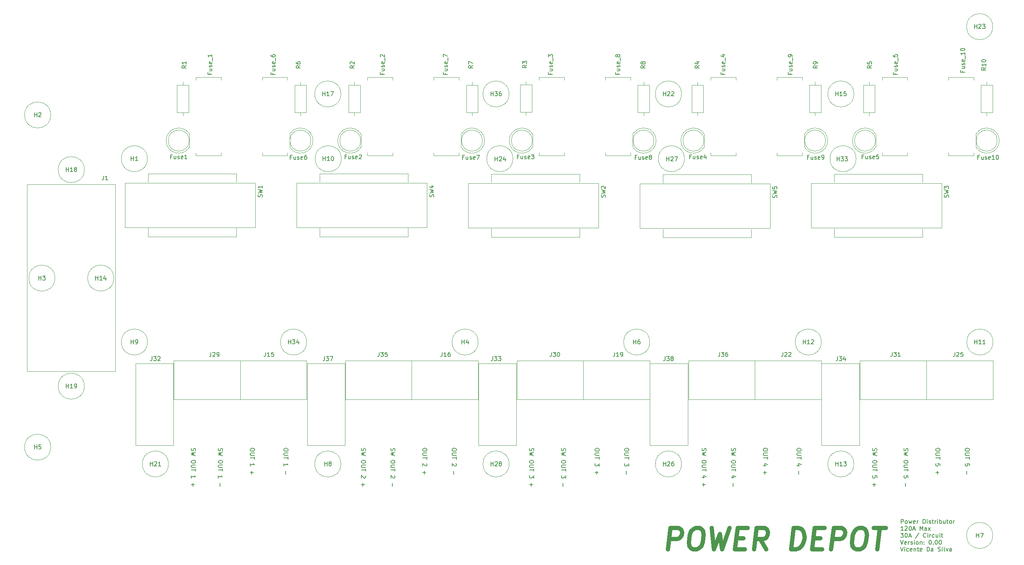
<source format=gbr>
%TF.GenerationSoftware,KiCad,Pcbnew,(5.1.8)-1*%
%TF.CreationDate,2021-07-20T10:02:20+02:00*%
%TF.ProjectId,FJElectricsPCBFront,464a456c-6563-4747-9269-637350434246,rev?*%
%TF.SameCoordinates,Original*%
%TF.FileFunction,Legend,Top*%
%TF.FilePolarity,Positive*%
%FSLAX46Y46*%
G04 Gerber Fmt 4.6, Leading zero omitted, Abs format (unit mm)*
G04 Created by KiCad (PCBNEW (5.1.8)-1) date 2021-07-20 10:02:20*
%MOMM*%
%LPD*%
G01*
G04 APERTURE LIST*
%ADD10C,1.000000*%
%ADD11C,0.150000*%
%ADD12C,0.120000*%
G04 APERTURE END LIST*
D10*
X140870238Y-140261904D02*
X141495238Y-135261904D01*
X143400000Y-135261904D01*
X143846428Y-135500000D01*
X144054761Y-135738095D01*
X144233333Y-136214285D01*
X144144047Y-136928571D01*
X143846428Y-137404761D01*
X143578571Y-137642857D01*
X143072619Y-137880952D01*
X141167857Y-137880952D01*
X147447619Y-135261904D02*
X148400000Y-135261904D01*
X148846428Y-135500000D01*
X149263095Y-135976190D01*
X149382142Y-136928571D01*
X149173809Y-138595238D01*
X148816666Y-139547619D01*
X148280952Y-140023809D01*
X147775000Y-140261904D01*
X146822619Y-140261904D01*
X146376190Y-140023809D01*
X145959523Y-139547619D01*
X145840476Y-138595238D01*
X146048809Y-136928571D01*
X146405952Y-135976190D01*
X146941666Y-135500000D01*
X147447619Y-135261904D01*
X151257142Y-135261904D02*
X151822619Y-140261904D01*
X153221428Y-136690476D01*
X153727380Y-140261904D01*
X155542857Y-135261904D01*
X157150000Y-137642857D02*
X158816666Y-137642857D01*
X159203571Y-140261904D02*
X156822619Y-140261904D01*
X157447619Y-135261904D01*
X159828571Y-135261904D01*
X164203571Y-140261904D02*
X162834523Y-137880952D01*
X161346428Y-140261904D02*
X161971428Y-135261904D01*
X163876190Y-135261904D01*
X164322619Y-135500000D01*
X164530952Y-135738095D01*
X164709523Y-136214285D01*
X164620238Y-136928571D01*
X164322619Y-137404761D01*
X164054761Y-137642857D01*
X163548809Y-137880952D01*
X161644047Y-137880952D01*
X170155952Y-140261904D02*
X170780952Y-135261904D01*
X171971428Y-135261904D01*
X172655952Y-135500000D01*
X173072619Y-135976190D01*
X173251190Y-136452380D01*
X173370238Y-137404761D01*
X173280952Y-138119047D01*
X172923809Y-139071428D01*
X172626190Y-139547619D01*
X172090476Y-140023809D01*
X171346428Y-140261904D01*
X170155952Y-140261904D01*
X175483333Y-137642857D02*
X177150000Y-137642857D01*
X177536904Y-140261904D02*
X175155952Y-140261904D01*
X175780952Y-135261904D01*
X178161904Y-135261904D01*
X179679761Y-140261904D02*
X180304761Y-135261904D01*
X182209523Y-135261904D01*
X182655952Y-135500000D01*
X182864285Y-135738095D01*
X183042857Y-136214285D01*
X182953571Y-136928571D01*
X182655952Y-137404761D01*
X182388095Y-137642857D01*
X181882142Y-137880952D01*
X179977380Y-137880952D01*
X186257142Y-135261904D02*
X187209523Y-135261904D01*
X187655952Y-135500000D01*
X188072619Y-135976190D01*
X188191666Y-136928571D01*
X187983333Y-138595238D01*
X187626190Y-139547619D01*
X187090476Y-140023809D01*
X186584523Y-140261904D01*
X185632142Y-140261904D01*
X185185714Y-140023809D01*
X184769047Y-139547619D01*
X184650000Y-138595238D01*
X184858333Y-136928571D01*
X185215476Y-135976190D01*
X185751190Y-135500000D01*
X186257142Y-135261904D01*
X189828571Y-135261904D02*
X192685714Y-135261904D01*
X190632142Y-140261904D02*
X191257142Y-135261904D01*
D11*
X83547619Y-116526071D02*
X83547619Y-116716547D01*
X83500000Y-116811785D01*
X83404761Y-116907023D01*
X83214285Y-116954642D01*
X82880952Y-116954642D01*
X82690476Y-116907023D01*
X82595238Y-116811785D01*
X82547619Y-116716547D01*
X82547619Y-116526071D01*
X82595238Y-116430833D01*
X82690476Y-116335595D01*
X82880952Y-116287976D01*
X83214285Y-116287976D01*
X83404761Y-116335595D01*
X83500000Y-116430833D01*
X83547619Y-116526071D01*
X83547619Y-117383214D02*
X82738095Y-117383214D01*
X82642857Y-117430833D01*
X82595238Y-117478452D01*
X82547619Y-117573690D01*
X82547619Y-117764166D01*
X82595238Y-117859404D01*
X82642857Y-117907023D01*
X82738095Y-117954642D01*
X83547619Y-117954642D01*
X83547619Y-118287976D02*
X83547619Y-118859404D01*
X82547619Y-118573690D02*
X83547619Y-118573690D01*
X83452380Y-119907023D02*
X83500000Y-119954642D01*
X83547619Y-120049880D01*
X83547619Y-120287976D01*
X83500000Y-120383214D01*
X83452380Y-120430833D01*
X83357142Y-120478452D01*
X83261904Y-120478452D01*
X83119047Y-120430833D01*
X82547619Y-119859404D01*
X82547619Y-120478452D01*
X82928571Y-121668928D02*
X82928571Y-122430833D01*
X82547619Y-122049880D02*
X83309523Y-122049880D01*
X197016667Y-116287976D02*
X196969048Y-116430833D01*
X196969048Y-116668928D01*
X197016667Y-116764166D01*
X197064286Y-116811785D01*
X197159524Y-116859404D01*
X197254762Y-116859404D01*
X197350000Y-116811785D01*
X197397619Y-116764166D01*
X197445238Y-116668928D01*
X197492857Y-116478452D01*
X197540476Y-116383214D01*
X197588095Y-116335595D01*
X197683333Y-116287976D01*
X197778571Y-116287976D01*
X197873809Y-116335595D01*
X197921429Y-116383214D01*
X197969048Y-116478452D01*
X197969048Y-116716547D01*
X197921429Y-116859404D01*
X197969048Y-117192738D02*
X196969048Y-117430833D01*
X197683333Y-117621309D01*
X196969048Y-117811785D01*
X197969048Y-118049880D01*
X197969048Y-119383214D02*
X197969048Y-119573690D01*
X197921429Y-119668928D01*
X197826190Y-119764166D01*
X197635714Y-119811785D01*
X197302381Y-119811785D01*
X197111905Y-119764166D01*
X197016667Y-119668928D01*
X196969048Y-119573690D01*
X196969048Y-119383214D01*
X197016667Y-119287976D01*
X197111905Y-119192738D01*
X197302381Y-119145119D01*
X197635714Y-119145119D01*
X197826190Y-119192738D01*
X197921429Y-119287976D01*
X197969048Y-119383214D01*
X197969048Y-120240357D02*
X197159524Y-120240357D01*
X197064286Y-120287976D01*
X197016667Y-120335595D01*
X196969048Y-120430833D01*
X196969048Y-120621309D01*
X197016667Y-120716547D01*
X197064286Y-120764166D01*
X197159524Y-120811785D01*
X197969048Y-120811785D01*
X197969048Y-121145119D02*
X197969048Y-121716547D01*
X196969048Y-121430833D02*
X197969048Y-121430833D01*
X197969048Y-123287976D02*
X197969048Y-122811785D01*
X197492857Y-122764166D01*
X197540476Y-122811785D01*
X197588095Y-122907023D01*
X197588095Y-123145119D01*
X197540476Y-123240357D01*
X197492857Y-123287976D01*
X197397619Y-123335595D01*
X197159524Y-123335595D01*
X197064286Y-123287976D01*
X197016667Y-123240357D01*
X196969048Y-123145119D01*
X196969048Y-122907023D01*
X197016667Y-122811785D01*
X197064286Y-122764166D01*
X197350000Y-124526071D02*
X197350000Y-125287976D01*
X212547619Y-116526071D02*
X212547619Y-116716547D01*
X212500000Y-116811785D01*
X212404761Y-116907023D01*
X212214285Y-116954642D01*
X211880952Y-116954642D01*
X211690476Y-116907023D01*
X211595238Y-116811785D01*
X211547619Y-116716547D01*
X211547619Y-116526071D01*
X211595238Y-116430833D01*
X211690476Y-116335595D01*
X211880952Y-116287976D01*
X212214285Y-116287976D01*
X212404761Y-116335595D01*
X212500000Y-116430833D01*
X212547619Y-116526071D01*
X212547619Y-117383214D02*
X211738095Y-117383214D01*
X211642857Y-117430833D01*
X211595238Y-117478452D01*
X211547619Y-117573690D01*
X211547619Y-117764166D01*
X211595238Y-117859404D01*
X211642857Y-117907023D01*
X211738095Y-117954642D01*
X212547619Y-117954642D01*
X212547619Y-118287976D02*
X212547619Y-118859404D01*
X211547619Y-118573690D02*
X212547619Y-118573690D01*
X212547619Y-120430833D02*
X212547619Y-119954642D01*
X212071428Y-119907023D01*
X212119047Y-119954642D01*
X212166666Y-120049880D01*
X212166666Y-120287976D01*
X212119047Y-120383214D01*
X212071428Y-120430833D01*
X211976190Y-120478452D01*
X211738095Y-120478452D01*
X211642857Y-120430833D01*
X211595238Y-120383214D01*
X211547619Y-120287976D01*
X211547619Y-120049880D01*
X211595238Y-119954642D01*
X211642857Y-119907023D01*
X211928571Y-121668928D02*
X211928571Y-122430833D01*
X27595238Y-116287976D02*
X27547619Y-116430833D01*
X27547619Y-116668928D01*
X27595238Y-116764166D01*
X27642857Y-116811785D01*
X27738095Y-116859404D01*
X27833333Y-116859404D01*
X27928571Y-116811785D01*
X27976190Y-116764166D01*
X28023809Y-116668928D01*
X28071428Y-116478452D01*
X28119047Y-116383214D01*
X28166666Y-116335595D01*
X28261904Y-116287976D01*
X28357142Y-116287976D01*
X28452380Y-116335595D01*
X28500000Y-116383214D01*
X28547619Y-116478452D01*
X28547619Y-116716547D01*
X28500000Y-116859404D01*
X28547619Y-117192738D02*
X27547619Y-117430833D01*
X28261904Y-117621309D01*
X27547619Y-117811785D01*
X28547619Y-118049880D01*
X28547619Y-119383214D02*
X28547619Y-119573690D01*
X28500000Y-119668928D01*
X28404761Y-119764166D01*
X28214285Y-119811785D01*
X27880952Y-119811785D01*
X27690476Y-119764166D01*
X27595238Y-119668928D01*
X27547619Y-119573690D01*
X27547619Y-119383214D01*
X27595238Y-119287976D01*
X27690476Y-119192738D01*
X27880952Y-119145119D01*
X28214285Y-119145119D01*
X28404761Y-119192738D01*
X28500000Y-119287976D01*
X28547619Y-119383214D01*
X28547619Y-120240357D02*
X27738095Y-120240357D01*
X27642857Y-120287976D01*
X27595238Y-120335595D01*
X27547619Y-120430833D01*
X27547619Y-120621309D01*
X27595238Y-120716547D01*
X27642857Y-120764166D01*
X27738095Y-120811785D01*
X28547619Y-120811785D01*
X28547619Y-121145119D02*
X28547619Y-121716547D01*
X27547619Y-121430833D02*
X28547619Y-121430833D01*
X27547619Y-123335595D02*
X27547619Y-122764166D01*
X27547619Y-123049880D02*
X28547619Y-123049880D01*
X28404761Y-122954642D01*
X28309523Y-122859404D01*
X28261904Y-122764166D01*
X27928571Y-124526071D02*
X27928571Y-125287976D01*
X27547619Y-124907023D02*
X28309523Y-124907023D01*
X68016667Y-116287976D02*
X67969048Y-116430833D01*
X67969048Y-116668928D01*
X68016667Y-116764166D01*
X68064286Y-116811785D01*
X68159524Y-116859404D01*
X68254762Y-116859404D01*
X68350000Y-116811785D01*
X68397619Y-116764166D01*
X68445238Y-116668928D01*
X68492857Y-116478452D01*
X68540476Y-116383214D01*
X68588095Y-116335595D01*
X68683333Y-116287976D01*
X68778571Y-116287976D01*
X68873809Y-116335595D01*
X68921429Y-116383214D01*
X68969048Y-116478452D01*
X68969048Y-116716547D01*
X68921429Y-116859404D01*
X68969048Y-117192738D02*
X67969048Y-117430833D01*
X68683333Y-117621309D01*
X67969048Y-117811785D01*
X68969048Y-118049880D01*
X68969048Y-119383214D02*
X68969048Y-119573690D01*
X68921429Y-119668928D01*
X68826190Y-119764166D01*
X68635714Y-119811785D01*
X68302381Y-119811785D01*
X68111905Y-119764166D01*
X68016667Y-119668928D01*
X67969048Y-119573690D01*
X67969048Y-119383214D01*
X68016667Y-119287976D01*
X68111905Y-119192738D01*
X68302381Y-119145119D01*
X68635714Y-119145119D01*
X68826190Y-119192738D01*
X68921429Y-119287976D01*
X68969048Y-119383214D01*
X68969048Y-120240357D02*
X68159524Y-120240357D01*
X68064286Y-120287976D01*
X68016667Y-120335595D01*
X67969048Y-120430833D01*
X67969048Y-120621309D01*
X68016667Y-120716547D01*
X68064286Y-120764166D01*
X68159524Y-120811785D01*
X68969048Y-120811785D01*
X68969048Y-121145119D02*
X68969048Y-121716547D01*
X67969048Y-121430833D02*
X68969048Y-121430833D01*
X68873809Y-122764166D02*
X68921429Y-122811785D01*
X68969048Y-122907023D01*
X68969048Y-123145119D01*
X68921429Y-123240357D01*
X68873809Y-123287976D01*
X68778571Y-123335595D01*
X68683333Y-123335595D01*
X68540476Y-123287976D01*
X67969048Y-122716547D01*
X67969048Y-123335595D01*
X68350000Y-124526071D02*
X68350000Y-125287976D01*
X67969048Y-124907023D02*
X68730952Y-124907023D01*
X131547619Y-116526071D02*
X131547619Y-116716547D01*
X131500000Y-116811785D01*
X131404761Y-116907023D01*
X131214285Y-116954642D01*
X130880952Y-116954642D01*
X130690476Y-116907023D01*
X130595238Y-116811785D01*
X130547619Y-116716547D01*
X130547619Y-116526071D01*
X130595238Y-116430833D01*
X130690476Y-116335595D01*
X130880952Y-116287976D01*
X131214285Y-116287976D01*
X131404761Y-116335595D01*
X131500000Y-116430833D01*
X131547619Y-116526071D01*
X131547619Y-117383214D02*
X130738095Y-117383214D01*
X130642857Y-117430833D01*
X130595238Y-117478452D01*
X130547619Y-117573690D01*
X130547619Y-117764166D01*
X130595238Y-117859404D01*
X130642857Y-117907023D01*
X130738095Y-117954642D01*
X131547619Y-117954642D01*
X131547619Y-118287976D02*
X131547619Y-118859404D01*
X130547619Y-118573690D02*
X131547619Y-118573690D01*
X131547619Y-119859404D02*
X131547619Y-120478452D01*
X131166666Y-120145119D01*
X131166666Y-120287976D01*
X131119047Y-120383214D01*
X131071428Y-120430833D01*
X130976190Y-120478452D01*
X130738095Y-120478452D01*
X130642857Y-120430833D01*
X130595238Y-120383214D01*
X130547619Y-120287976D01*
X130547619Y-120002261D01*
X130595238Y-119907023D01*
X130642857Y-119859404D01*
X130928571Y-121668928D02*
X130928571Y-122430833D01*
X108016667Y-116287976D02*
X107969048Y-116430833D01*
X107969048Y-116668928D01*
X108016667Y-116764166D01*
X108064286Y-116811785D01*
X108159524Y-116859404D01*
X108254762Y-116859404D01*
X108350000Y-116811785D01*
X108397619Y-116764166D01*
X108445238Y-116668928D01*
X108492857Y-116478452D01*
X108540476Y-116383214D01*
X108588095Y-116335595D01*
X108683333Y-116287976D01*
X108778571Y-116287976D01*
X108873809Y-116335595D01*
X108921429Y-116383214D01*
X108969048Y-116478452D01*
X108969048Y-116716547D01*
X108921429Y-116859404D01*
X108969048Y-117192738D02*
X107969048Y-117430833D01*
X108683333Y-117621309D01*
X107969048Y-117811785D01*
X108969048Y-118049880D01*
X108969048Y-119383214D02*
X108969048Y-119573690D01*
X108921429Y-119668928D01*
X108826190Y-119764166D01*
X108635714Y-119811785D01*
X108302381Y-119811785D01*
X108111905Y-119764166D01*
X108016667Y-119668928D01*
X107969048Y-119573690D01*
X107969048Y-119383214D01*
X108016667Y-119287976D01*
X108111905Y-119192738D01*
X108302381Y-119145119D01*
X108635714Y-119145119D01*
X108826190Y-119192738D01*
X108921429Y-119287976D01*
X108969048Y-119383214D01*
X108969048Y-120240357D02*
X108159524Y-120240357D01*
X108064286Y-120287976D01*
X108016667Y-120335595D01*
X107969048Y-120430833D01*
X107969048Y-120621309D01*
X108016667Y-120716547D01*
X108064286Y-120764166D01*
X108159524Y-120811785D01*
X108969048Y-120811785D01*
X108969048Y-121145119D02*
X108969048Y-121716547D01*
X107969048Y-121430833D02*
X108969048Y-121430833D01*
X108969048Y-122716547D02*
X108969048Y-123335595D01*
X108588095Y-123002261D01*
X108588095Y-123145119D01*
X108540476Y-123240357D01*
X108492857Y-123287976D01*
X108397619Y-123335595D01*
X108159524Y-123335595D01*
X108064286Y-123287976D01*
X108016667Y-123240357D01*
X107969048Y-123145119D01*
X107969048Y-122859404D01*
X108016667Y-122764166D01*
X108064286Y-122716547D01*
X108350000Y-124526071D02*
X108350000Y-125287976D01*
X107969048Y-124907023D02*
X108730952Y-124907023D01*
X124547619Y-116526071D02*
X124547619Y-116716547D01*
X124500000Y-116811785D01*
X124404761Y-116907023D01*
X124214285Y-116954642D01*
X123880952Y-116954642D01*
X123690476Y-116907023D01*
X123595238Y-116811785D01*
X123547619Y-116716547D01*
X123547619Y-116526071D01*
X123595238Y-116430833D01*
X123690476Y-116335595D01*
X123880952Y-116287976D01*
X124214285Y-116287976D01*
X124404761Y-116335595D01*
X124500000Y-116430833D01*
X124547619Y-116526071D01*
X124547619Y-117383214D02*
X123738095Y-117383214D01*
X123642857Y-117430833D01*
X123595238Y-117478452D01*
X123547619Y-117573690D01*
X123547619Y-117764166D01*
X123595238Y-117859404D01*
X123642857Y-117907023D01*
X123738095Y-117954642D01*
X124547619Y-117954642D01*
X124547619Y-118287976D02*
X124547619Y-118859404D01*
X123547619Y-118573690D02*
X124547619Y-118573690D01*
X124547619Y-119859404D02*
X124547619Y-120478452D01*
X124166666Y-120145119D01*
X124166666Y-120287976D01*
X124119047Y-120383214D01*
X124071428Y-120430833D01*
X123976190Y-120478452D01*
X123738095Y-120478452D01*
X123642857Y-120430833D01*
X123595238Y-120383214D01*
X123547619Y-120287976D01*
X123547619Y-120002261D01*
X123595238Y-119907023D01*
X123642857Y-119859404D01*
X123928571Y-121668928D02*
X123928571Y-122430833D01*
X123547619Y-122049880D02*
X124309523Y-122049880D01*
X156016667Y-116287976D02*
X155969048Y-116430833D01*
X155969048Y-116668928D01*
X156016667Y-116764166D01*
X156064286Y-116811785D01*
X156159524Y-116859404D01*
X156254762Y-116859404D01*
X156350000Y-116811785D01*
X156397619Y-116764166D01*
X156445238Y-116668928D01*
X156492857Y-116478452D01*
X156540476Y-116383214D01*
X156588095Y-116335595D01*
X156683333Y-116287976D01*
X156778571Y-116287976D01*
X156873809Y-116335595D01*
X156921429Y-116383214D01*
X156969048Y-116478452D01*
X156969048Y-116716547D01*
X156921429Y-116859404D01*
X156969048Y-117192738D02*
X155969048Y-117430833D01*
X156683333Y-117621309D01*
X155969048Y-117811785D01*
X156969048Y-118049880D01*
X156969048Y-119383214D02*
X156969048Y-119573690D01*
X156921429Y-119668928D01*
X156826190Y-119764166D01*
X156635714Y-119811785D01*
X156302381Y-119811785D01*
X156111905Y-119764166D01*
X156016667Y-119668928D01*
X155969048Y-119573690D01*
X155969048Y-119383214D01*
X156016667Y-119287976D01*
X156111905Y-119192738D01*
X156302381Y-119145119D01*
X156635714Y-119145119D01*
X156826190Y-119192738D01*
X156921429Y-119287976D01*
X156969048Y-119383214D01*
X156969048Y-120240357D02*
X156159524Y-120240357D01*
X156064286Y-120287976D01*
X156016667Y-120335595D01*
X155969048Y-120430833D01*
X155969048Y-120621309D01*
X156016667Y-120716547D01*
X156064286Y-120764166D01*
X156159524Y-120811785D01*
X156969048Y-120811785D01*
X156969048Y-121145119D02*
X156969048Y-121716547D01*
X155969048Y-121430833D02*
X156969048Y-121430833D01*
X156635714Y-123240357D02*
X155969048Y-123240357D01*
X157016667Y-123002261D02*
X156302381Y-122764166D01*
X156302381Y-123383214D01*
X156350000Y-124526071D02*
X156350000Y-125287976D01*
X42547619Y-116526071D02*
X42547619Y-116716547D01*
X42500000Y-116811785D01*
X42404761Y-116907023D01*
X42214285Y-116954642D01*
X41880952Y-116954642D01*
X41690476Y-116907023D01*
X41595238Y-116811785D01*
X41547619Y-116716547D01*
X41547619Y-116526071D01*
X41595238Y-116430833D01*
X41690476Y-116335595D01*
X41880952Y-116287976D01*
X42214285Y-116287976D01*
X42404761Y-116335595D01*
X42500000Y-116430833D01*
X42547619Y-116526071D01*
X42547619Y-117383214D02*
X41738095Y-117383214D01*
X41642857Y-117430833D01*
X41595238Y-117478452D01*
X41547619Y-117573690D01*
X41547619Y-117764166D01*
X41595238Y-117859404D01*
X41642857Y-117907023D01*
X41738095Y-117954642D01*
X42547619Y-117954642D01*
X42547619Y-118287976D02*
X42547619Y-118859404D01*
X41547619Y-118573690D02*
X42547619Y-118573690D01*
X41547619Y-120478452D02*
X41547619Y-119907023D01*
X41547619Y-120192738D02*
X42547619Y-120192738D01*
X42404761Y-120097500D01*
X42309523Y-120002261D01*
X42261904Y-119907023D01*
X41928571Y-121668928D02*
X41928571Y-122430833D01*
X41547619Y-122049880D02*
X42309523Y-122049880D01*
X50547619Y-116526071D02*
X50547619Y-116716547D01*
X50500000Y-116811785D01*
X50404761Y-116907023D01*
X50214285Y-116954642D01*
X49880952Y-116954642D01*
X49690476Y-116907023D01*
X49595238Y-116811785D01*
X49547619Y-116716547D01*
X49547619Y-116526071D01*
X49595238Y-116430833D01*
X49690476Y-116335595D01*
X49880952Y-116287976D01*
X50214285Y-116287976D01*
X50404761Y-116335595D01*
X50500000Y-116430833D01*
X50547619Y-116526071D01*
X50547619Y-117383214D02*
X49738095Y-117383214D01*
X49642857Y-117430833D01*
X49595238Y-117478452D01*
X49547619Y-117573690D01*
X49547619Y-117764166D01*
X49595238Y-117859404D01*
X49642857Y-117907023D01*
X49738095Y-117954642D01*
X50547619Y-117954642D01*
X50547619Y-118287976D02*
X50547619Y-118859404D01*
X49547619Y-118573690D02*
X50547619Y-118573690D01*
X49547619Y-120478452D02*
X49547619Y-119907023D01*
X49547619Y-120192738D02*
X50547619Y-120192738D01*
X50404761Y-120097500D01*
X50309523Y-120002261D01*
X50261904Y-119907023D01*
X49928571Y-121668928D02*
X49928571Y-122430833D01*
X34016667Y-116287976D02*
X33969048Y-116430833D01*
X33969048Y-116668928D01*
X34016667Y-116764166D01*
X34064286Y-116811785D01*
X34159524Y-116859404D01*
X34254762Y-116859404D01*
X34350000Y-116811785D01*
X34397619Y-116764166D01*
X34445238Y-116668928D01*
X34492857Y-116478452D01*
X34540476Y-116383214D01*
X34588095Y-116335595D01*
X34683333Y-116287976D01*
X34778571Y-116287976D01*
X34873809Y-116335595D01*
X34921429Y-116383214D01*
X34969048Y-116478452D01*
X34969048Y-116716547D01*
X34921429Y-116859404D01*
X34969048Y-117192738D02*
X33969048Y-117430833D01*
X34683333Y-117621309D01*
X33969048Y-117811785D01*
X34969048Y-118049880D01*
X34969048Y-119383214D02*
X34969048Y-119573690D01*
X34921429Y-119668928D01*
X34826190Y-119764166D01*
X34635714Y-119811785D01*
X34302381Y-119811785D01*
X34111905Y-119764166D01*
X34016667Y-119668928D01*
X33969048Y-119573690D01*
X33969048Y-119383214D01*
X34016667Y-119287976D01*
X34111905Y-119192738D01*
X34302381Y-119145119D01*
X34635714Y-119145119D01*
X34826190Y-119192738D01*
X34921429Y-119287976D01*
X34969048Y-119383214D01*
X34969048Y-120240357D02*
X34159524Y-120240357D01*
X34064286Y-120287976D01*
X34016667Y-120335595D01*
X33969048Y-120430833D01*
X33969048Y-120621309D01*
X34016667Y-120716547D01*
X34064286Y-120764166D01*
X34159524Y-120811785D01*
X34969048Y-120811785D01*
X34969048Y-121145119D02*
X34969048Y-121716547D01*
X33969048Y-121430833D02*
X34969048Y-121430833D01*
X33969048Y-123335595D02*
X33969048Y-122764166D01*
X33969048Y-123049880D02*
X34969048Y-123049880D01*
X34826190Y-122954642D01*
X34730952Y-122859404D01*
X34683333Y-122764166D01*
X34350000Y-124526071D02*
X34350000Y-125287976D01*
X75016667Y-116287976D02*
X74969048Y-116430833D01*
X74969048Y-116668928D01*
X75016667Y-116764166D01*
X75064286Y-116811785D01*
X75159524Y-116859404D01*
X75254762Y-116859404D01*
X75350000Y-116811785D01*
X75397619Y-116764166D01*
X75445238Y-116668928D01*
X75492857Y-116478452D01*
X75540476Y-116383214D01*
X75588095Y-116335595D01*
X75683333Y-116287976D01*
X75778571Y-116287976D01*
X75873809Y-116335595D01*
X75921429Y-116383214D01*
X75969048Y-116478452D01*
X75969048Y-116716547D01*
X75921429Y-116859404D01*
X75969048Y-117192738D02*
X74969048Y-117430833D01*
X75683333Y-117621309D01*
X74969048Y-117811785D01*
X75969048Y-118049880D01*
X75969048Y-119383214D02*
X75969048Y-119573690D01*
X75921429Y-119668928D01*
X75826190Y-119764166D01*
X75635714Y-119811785D01*
X75302381Y-119811785D01*
X75111905Y-119764166D01*
X75016667Y-119668928D01*
X74969048Y-119573690D01*
X74969048Y-119383214D01*
X75016667Y-119287976D01*
X75111905Y-119192738D01*
X75302381Y-119145119D01*
X75635714Y-119145119D01*
X75826190Y-119192738D01*
X75921429Y-119287976D01*
X75969048Y-119383214D01*
X75969048Y-120240357D02*
X75159524Y-120240357D01*
X75064286Y-120287976D01*
X75016667Y-120335595D01*
X74969048Y-120430833D01*
X74969048Y-120621309D01*
X75016667Y-120716547D01*
X75064286Y-120764166D01*
X75159524Y-120811785D01*
X75969048Y-120811785D01*
X75969048Y-121145119D02*
X75969048Y-121716547D01*
X74969048Y-121430833D02*
X75969048Y-121430833D01*
X75873809Y-122764166D02*
X75921429Y-122811785D01*
X75969048Y-122907023D01*
X75969048Y-123145119D01*
X75921429Y-123240357D01*
X75873809Y-123287976D01*
X75778571Y-123335595D01*
X75683333Y-123335595D01*
X75540476Y-123287976D01*
X74969048Y-122716547D01*
X74969048Y-123335595D01*
X75350000Y-124526071D02*
X75350000Y-125287976D01*
X149016667Y-116287976D02*
X148969048Y-116430833D01*
X148969048Y-116668928D01*
X149016667Y-116764166D01*
X149064286Y-116811785D01*
X149159524Y-116859404D01*
X149254762Y-116859404D01*
X149350000Y-116811785D01*
X149397619Y-116764166D01*
X149445238Y-116668928D01*
X149492857Y-116478452D01*
X149540476Y-116383214D01*
X149588095Y-116335595D01*
X149683333Y-116287976D01*
X149778571Y-116287976D01*
X149873809Y-116335595D01*
X149921429Y-116383214D01*
X149969048Y-116478452D01*
X149969048Y-116716547D01*
X149921429Y-116859404D01*
X149969048Y-117192738D02*
X148969048Y-117430833D01*
X149683333Y-117621309D01*
X148969048Y-117811785D01*
X149969048Y-118049880D01*
X149969048Y-119383214D02*
X149969048Y-119573690D01*
X149921429Y-119668928D01*
X149826190Y-119764166D01*
X149635714Y-119811785D01*
X149302381Y-119811785D01*
X149111905Y-119764166D01*
X149016667Y-119668928D01*
X148969048Y-119573690D01*
X148969048Y-119383214D01*
X149016667Y-119287976D01*
X149111905Y-119192738D01*
X149302381Y-119145119D01*
X149635714Y-119145119D01*
X149826190Y-119192738D01*
X149921429Y-119287976D01*
X149969048Y-119383214D01*
X149969048Y-120240357D02*
X149159524Y-120240357D01*
X149064286Y-120287976D01*
X149016667Y-120335595D01*
X148969048Y-120430833D01*
X148969048Y-120621309D01*
X149016667Y-120716547D01*
X149064286Y-120764166D01*
X149159524Y-120811785D01*
X149969048Y-120811785D01*
X149969048Y-121145119D02*
X149969048Y-121716547D01*
X148969048Y-121430833D02*
X149969048Y-121430833D01*
X149635714Y-123240357D02*
X148969048Y-123240357D01*
X150016667Y-123002261D02*
X149302381Y-122764166D01*
X149302381Y-123383214D01*
X149350000Y-124526071D02*
X149350000Y-125287976D01*
X148969048Y-124907023D02*
X149730952Y-124907023D01*
X189595238Y-116287976D02*
X189547619Y-116430833D01*
X189547619Y-116668928D01*
X189595238Y-116764166D01*
X189642857Y-116811785D01*
X189738095Y-116859404D01*
X189833333Y-116859404D01*
X189928571Y-116811785D01*
X189976190Y-116764166D01*
X190023809Y-116668928D01*
X190071428Y-116478452D01*
X190119047Y-116383214D01*
X190166666Y-116335595D01*
X190261904Y-116287976D01*
X190357142Y-116287976D01*
X190452380Y-116335595D01*
X190500000Y-116383214D01*
X190547619Y-116478452D01*
X190547619Y-116716547D01*
X190500000Y-116859404D01*
X190547619Y-117192738D02*
X189547619Y-117430833D01*
X190261904Y-117621309D01*
X189547619Y-117811785D01*
X190547619Y-118049880D01*
X190547619Y-119383214D02*
X190547619Y-119573690D01*
X190500000Y-119668928D01*
X190404761Y-119764166D01*
X190214285Y-119811785D01*
X189880952Y-119811785D01*
X189690476Y-119764166D01*
X189595238Y-119668928D01*
X189547619Y-119573690D01*
X189547619Y-119383214D01*
X189595238Y-119287976D01*
X189690476Y-119192738D01*
X189880952Y-119145119D01*
X190214285Y-119145119D01*
X190404761Y-119192738D01*
X190500000Y-119287976D01*
X190547619Y-119383214D01*
X190547619Y-120240357D02*
X189738095Y-120240357D01*
X189642857Y-120287976D01*
X189595238Y-120335595D01*
X189547619Y-120430833D01*
X189547619Y-120621309D01*
X189595238Y-120716547D01*
X189642857Y-120764166D01*
X189738095Y-120811785D01*
X190547619Y-120811785D01*
X190547619Y-121145119D02*
X190547619Y-121716547D01*
X189547619Y-121430833D02*
X190547619Y-121430833D01*
X190547619Y-123287976D02*
X190547619Y-122811785D01*
X190071428Y-122764166D01*
X190119047Y-122811785D01*
X190166666Y-122907023D01*
X190166666Y-123145119D01*
X190119047Y-123240357D01*
X190071428Y-123287976D01*
X189976190Y-123335595D01*
X189738095Y-123335595D01*
X189642857Y-123287976D01*
X189595238Y-123240357D01*
X189547619Y-123145119D01*
X189547619Y-122907023D01*
X189595238Y-122811785D01*
X189642857Y-122764166D01*
X189928571Y-124526071D02*
X189928571Y-125287976D01*
X189547619Y-124907023D02*
X190309523Y-124907023D01*
X172547619Y-116526071D02*
X172547619Y-116716547D01*
X172500000Y-116811785D01*
X172404761Y-116907023D01*
X172214285Y-116954642D01*
X171880952Y-116954642D01*
X171690476Y-116907023D01*
X171595238Y-116811785D01*
X171547619Y-116716547D01*
X171547619Y-116526071D01*
X171595238Y-116430833D01*
X171690476Y-116335595D01*
X171880952Y-116287976D01*
X172214285Y-116287976D01*
X172404761Y-116335595D01*
X172500000Y-116430833D01*
X172547619Y-116526071D01*
X172547619Y-117383214D02*
X171738095Y-117383214D01*
X171642857Y-117430833D01*
X171595238Y-117478452D01*
X171547619Y-117573690D01*
X171547619Y-117764166D01*
X171595238Y-117859404D01*
X171642857Y-117907023D01*
X171738095Y-117954642D01*
X172547619Y-117954642D01*
X172547619Y-118287976D02*
X172547619Y-118859404D01*
X171547619Y-118573690D02*
X172547619Y-118573690D01*
X172214285Y-120383214D02*
X171547619Y-120383214D01*
X172595238Y-120145119D02*
X171880952Y-119907023D01*
X171880952Y-120526071D01*
X171928571Y-121668928D02*
X171928571Y-122430833D01*
X90547619Y-116526071D02*
X90547619Y-116716547D01*
X90500000Y-116811785D01*
X90404761Y-116907023D01*
X90214285Y-116954642D01*
X89880952Y-116954642D01*
X89690476Y-116907023D01*
X89595238Y-116811785D01*
X89547619Y-116716547D01*
X89547619Y-116526071D01*
X89595238Y-116430833D01*
X89690476Y-116335595D01*
X89880952Y-116287976D01*
X90214285Y-116287976D01*
X90404761Y-116335595D01*
X90500000Y-116430833D01*
X90547619Y-116526071D01*
X90547619Y-117383214D02*
X89738095Y-117383214D01*
X89642857Y-117430833D01*
X89595238Y-117478452D01*
X89547619Y-117573690D01*
X89547619Y-117764166D01*
X89595238Y-117859404D01*
X89642857Y-117907023D01*
X89738095Y-117954642D01*
X90547619Y-117954642D01*
X90547619Y-118287976D02*
X90547619Y-118859404D01*
X89547619Y-118573690D02*
X90547619Y-118573690D01*
X90452380Y-119907023D02*
X90500000Y-119954642D01*
X90547619Y-120049880D01*
X90547619Y-120287976D01*
X90500000Y-120383214D01*
X90452380Y-120430833D01*
X90357142Y-120478452D01*
X90261904Y-120478452D01*
X90119047Y-120430833D01*
X89547619Y-119859404D01*
X89547619Y-120478452D01*
X89928571Y-121668928D02*
X89928571Y-122430833D01*
X164547619Y-116526071D02*
X164547619Y-116716547D01*
X164500000Y-116811785D01*
X164404761Y-116907023D01*
X164214285Y-116954642D01*
X163880952Y-116954642D01*
X163690476Y-116907023D01*
X163595238Y-116811785D01*
X163547619Y-116716547D01*
X163547619Y-116526071D01*
X163595238Y-116430833D01*
X163690476Y-116335595D01*
X163880952Y-116287976D01*
X164214285Y-116287976D01*
X164404761Y-116335595D01*
X164500000Y-116430833D01*
X164547619Y-116526071D01*
X164547619Y-117383214D02*
X163738095Y-117383214D01*
X163642857Y-117430833D01*
X163595238Y-117478452D01*
X163547619Y-117573690D01*
X163547619Y-117764166D01*
X163595238Y-117859404D01*
X163642857Y-117907023D01*
X163738095Y-117954642D01*
X164547619Y-117954642D01*
X164547619Y-118287976D02*
X164547619Y-118859404D01*
X163547619Y-118573690D02*
X164547619Y-118573690D01*
X164214285Y-120383214D02*
X163547619Y-120383214D01*
X164595238Y-120145119D02*
X163880952Y-119907023D01*
X163880952Y-120526071D01*
X163928571Y-121668928D02*
X163928571Y-122430833D01*
X163547619Y-122049880D02*
X164309523Y-122049880D01*
X115595238Y-116287976D02*
X115547619Y-116430833D01*
X115547619Y-116668928D01*
X115595238Y-116764166D01*
X115642857Y-116811785D01*
X115738095Y-116859404D01*
X115833333Y-116859404D01*
X115928571Y-116811785D01*
X115976190Y-116764166D01*
X116023809Y-116668928D01*
X116071428Y-116478452D01*
X116119047Y-116383214D01*
X116166666Y-116335595D01*
X116261904Y-116287976D01*
X116357142Y-116287976D01*
X116452380Y-116335595D01*
X116500000Y-116383214D01*
X116547619Y-116478452D01*
X116547619Y-116716547D01*
X116500000Y-116859404D01*
X116547619Y-117192738D02*
X115547619Y-117430833D01*
X116261904Y-117621309D01*
X115547619Y-117811785D01*
X116547619Y-118049880D01*
X116547619Y-119383214D02*
X116547619Y-119573690D01*
X116500000Y-119668928D01*
X116404761Y-119764166D01*
X116214285Y-119811785D01*
X115880952Y-119811785D01*
X115690476Y-119764166D01*
X115595238Y-119668928D01*
X115547619Y-119573690D01*
X115547619Y-119383214D01*
X115595238Y-119287976D01*
X115690476Y-119192738D01*
X115880952Y-119145119D01*
X116214285Y-119145119D01*
X116404761Y-119192738D01*
X116500000Y-119287976D01*
X116547619Y-119383214D01*
X116547619Y-120240357D02*
X115738095Y-120240357D01*
X115642857Y-120287976D01*
X115595238Y-120335595D01*
X115547619Y-120430833D01*
X115547619Y-120621309D01*
X115595238Y-120716547D01*
X115642857Y-120764166D01*
X115738095Y-120811785D01*
X116547619Y-120811785D01*
X116547619Y-121145119D02*
X116547619Y-121716547D01*
X115547619Y-121430833D02*
X116547619Y-121430833D01*
X116547619Y-122716547D02*
X116547619Y-123335595D01*
X116166666Y-123002261D01*
X116166666Y-123145119D01*
X116119047Y-123240357D01*
X116071428Y-123287976D01*
X115976190Y-123335595D01*
X115738095Y-123335595D01*
X115642857Y-123287976D01*
X115595238Y-123240357D01*
X115547619Y-123145119D01*
X115547619Y-122859404D01*
X115595238Y-122764166D01*
X115642857Y-122716547D01*
X115928571Y-124526071D02*
X115928571Y-125287976D01*
X205547619Y-116526071D02*
X205547619Y-116716547D01*
X205500000Y-116811785D01*
X205404761Y-116907023D01*
X205214285Y-116954642D01*
X204880952Y-116954642D01*
X204690476Y-116907023D01*
X204595238Y-116811785D01*
X204547619Y-116716547D01*
X204547619Y-116526071D01*
X204595238Y-116430833D01*
X204690476Y-116335595D01*
X204880952Y-116287976D01*
X205214285Y-116287976D01*
X205404761Y-116335595D01*
X205500000Y-116430833D01*
X205547619Y-116526071D01*
X205547619Y-117383214D02*
X204738095Y-117383214D01*
X204642857Y-117430833D01*
X204595238Y-117478452D01*
X204547619Y-117573690D01*
X204547619Y-117764166D01*
X204595238Y-117859404D01*
X204642857Y-117907023D01*
X204738095Y-117954642D01*
X205547619Y-117954642D01*
X205547619Y-118287976D02*
X205547619Y-118859404D01*
X204547619Y-118573690D02*
X205547619Y-118573690D01*
X205547619Y-120430833D02*
X205547619Y-119954642D01*
X205071428Y-119907023D01*
X205119047Y-119954642D01*
X205166666Y-120049880D01*
X205166666Y-120287976D01*
X205119047Y-120383214D01*
X205071428Y-120430833D01*
X204976190Y-120478452D01*
X204738095Y-120478452D01*
X204642857Y-120430833D01*
X204595238Y-120383214D01*
X204547619Y-120287976D01*
X204547619Y-120049880D01*
X204595238Y-119954642D01*
X204642857Y-119907023D01*
X204928571Y-121668928D02*
X204928571Y-122430833D01*
X204547619Y-122049880D02*
X205309523Y-122049880D01*
X196335595Y-134152380D02*
X196335595Y-133152380D01*
X196716547Y-133152380D01*
X196811785Y-133200000D01*
X196859404Y-133247619D01*
X196907023Y-133342857D01*
X196907023Y-133485714D01*
X196859404Y-133580952D01*
X196811785Y-133628571D01*
X196716547Y-133676190D01*
X196335595Y-133676190D01*
X197478452Y-134152380D02*
X197383214Y-134104761D01*
X197335595Y-134057142D01*
X197287976Y-133961904D01*
X197287976Y-133676190D01*
X197335595Y-133580952D01*
X197383214Y-133533333D01*
X197478452Y-133485714D01*
X197621309Y-133485714D01*
X197716547Y-133533333D01*
X197764166Y-133580952D01*
X197811785Y-133676190D01*
X197811785Y-133961904D01*
X197764166Y-134057142D01*
X197716547Y-134104761D01*
X197621309Y-134152380D01*
X197478452Y-134152380D01*
X198145119Y-133485714D02*
X198335595Y-134152380D01*
X198526071Y-133676190D01*
X198716547Y-134152380D01*
X198907023Y-133485714D01*
X199668928Y-134104761D02*
X199573690Y-134152380D01*
X199383214Y-134152380D01*
X199287976Y-134104761D01*
X199240357Y-134009523D01*
X199240357Y-133628571D01*
X199287976Y-133533333D01*
X199383214Y-133485714D01*
X199573690Y-133485714D01*
X199668928Y-133533333D01*
X199716547Y-133628571D01*
X199716547Y-133723809D01*
X199240357Y-133819047D01*
X200145119Y-134152380D02*
X200145119Y-133485714D01*
X200145119Y-133676190D02*
X200192738Y-133580952D01*
X200240357Y-133533333D01*
X200335595Y-133485714D01*
X200430833Y-133485714D01*
X201526071Y-134152380D02*
X201526071Y-133152380D01*
X201764166Y-133152380D01*
X201907023Y-133200000D01*
X202002261Y-133295238D01*
X202049880Y-133390476D01*
X202097500Y-133580952D01*
X202097500Y-133723809D01*
X202049880Y-133914285D01*
X202002261Y-134009523D01*
X201907023Y-134104761D01*
X201764166Y-134152380D01*
X201526071Y-134152380D01*
X202526071Y-134152380D02*
X202526071Y-133485714D01*
X202526071Y-133152380D02*
X202478452Y-133200000D01*
X202526071Y-133247619D01*
X202573690Y-133200000D01*
X202526071Y-133152380D01*
X202526071Y-133247619D01*
X202954642Y-134104761D02*
X203049880Y-134152380D01*
X203240357Y-134152380D01*
X203335595Y-134104761D01*
X203383214Y-134009523D01*
X203383214Y-133961904D01*
X203335595Y-133866666D01*
X203240357Y-133819047D01*
X203097500Y-133819047D01*
X203002261Y-133771428D01*
X202954642Y-133676190D01*
X202954642Y-133628571D01*
X203002261Y-133533333D01*
X203097500Y-133485714D01*
X203240357Y-133485714D01*
X203335595Y-133533333D01*
X203668928Y-133485714D02*
X204049880Y-133485714D01*
X203811785Y-133152380D02*
X203811785Y-134009523D01*
X203859404Y-134104761D01*
X203954642Y-134152380D01*
X204049880Y-134152380D01*
X204383214Y-134152380D02*
X204383214Y-133485714D01*
X204383214Y-133676190D02*
X204430833Y-133580952D01*
X204478452Y-133533333D01*
X204573690Y-133485714D01*
X204668928Y-133485714D01*
X205002261Y-134152380D02*
X205002261Y-133485714D01*
X205002261Y-133152380D02*
X204954642Y-133200000D01*
X205002261Y-133247619D01*
X205049880Y-133200000D01*
X205002261Y-133152380D01*
X205002261Y-133247619D01*
X205478452Y-134152380D02*
X205478452Y-133152380D01*
X205478452Y-133533333D02*
X205573690Y-133485714D01*
X205764166Y-133485714D01*
X205859404Y-133533333D01*
X205907023Y-133580952D01*
X205954642Y-133676190D01*
X205954642Y-133961904D01*
X205907023Y-134057142D01*
X205859404Y-134104761D01*
X205764166Y-134152380D01*
X205573690Y-134152380D01*
X205478452Y-134104761D01*
X206811785Y-133485714D02*
X206811785Y-134152380D01*
X206383214Y-133485714D02*
X206383214Y-134009523D01*
X206430833Y-134104761D01*
X206526071Y-134152380D01*
X206668928Y-134152380D01*
X206764166Y-134104761D01*
X206811785Y-134057142D01*
X207145119Y-133485714D02*
X207526071Y-133485714D01*
X207287976Y-133152380D02*
X207287976Y-134009523D01*
X207335595Y-134104761D01*
X207430833Y-134152380D01*
X207526071Y-134152380D01*
X208002261Y-134152380D02*
X207907023Y-134104761D01*
X207859404Y-134057142D01*
X207811785Y-133961904D01*
X207811785Y-133676190D01*
X207859404Y-133580952D01*
X207907023Y-133533333D01*
X208002261Y-133485714D01*
X208145119Y-133485714D01*
X208240357Y-133533333D01*
X208287976Y-133580952D01*
X208335595Y-133676190D01*
X208335595Y-133961904D01*
X208287976Y-134057142D01*
X208240357Y-134104761D01*
X208145119Y-134152380D01*
X208002261Y-134152380D01*
X208764166Y-134152380D02*
X208764166Y-133485714D01*
X208764166Y-133676190D02*
X208811785Y-133580952D01*
X208859404Y-133533333D01*
X208954642Y-133485714D01*
X209049880Y-133485714D01*
X196859404Y-135802380D02*
X196287976Y-135802380D01*
X196573690Y-135802380D02*
X196573690Y-134802380D01*
X196478452Y-134945238D01*
X196383214Y-135040476D01*
X196287976Y-135088095D01*
X197240357Y-134897619D02*
X197287976Y-134850000D01*
X197383214Y-134802380D01*
X197621309Y-134802380D01*
X197716547Y-134850000D01*
X197764166Y-134897619D01*
X197811785Y-134992857D01*
X197811785Y-135088095D01*
X197764166Y-135230952D01*
X197192738Y-135802380D01*
X197811785Y-135802380D01*
X198430833Y-134802380D02*
X198526071Y-134802380D01*
X198621309Y-134850000D01*
X198668928Y-134897619D01*
X198716547Y-134992857D01*
X198764166Y-135183333D01*
X198764166Y-135421428D01*
X198716547Y-135611904D01*
X198668928Y-135707142D01*
X198621309Y-135754761D01*
X198526071Y-135802380D01*
X198430833Y-135802380D01*
X198335595Y-135754761D01*
X198287976Y-135707142D01*
X198240357Y-135611904D01*
X198192738Y-135421428D01*
X198192738Y-135183333D01*
X198240357Y-134992857D01*
X198287976Y-134897619D01*
X198335595Y-134850000D01*
X198430833Y-134802380D01*
X199145119Y-135516666D02*
X199621309Y-135516666D01*
X199049880Y-135802380D02*
X199383214Y-134802380D01*
X199716547Y-135802380D01*
X200811785Y-135802380D02*
X200811785Y-134802380D01*
X201145119Y-135516666D01*
X201478452Y-134802380D01*
X201478452Y-135802380D01*
X202383214Y-135802380D02*
X202383214Y-135278571D01*
X202335595Y-135183333D01*
X202240357Y-135135714D01*
X202049880Y-135135714D01*
X201954642Y-135183333D01*
X202383214Y-135754761D02*
X202287976Y-135802380D01*
X202049880Y-135802380D01*
X201954642Y-135754761D01*
X201907023Y-135659523D01*
X201907023Y-135564285D01*
X201954642Y-135469047D01*
X202049880Y-135421428D01*
X202287976Y-135421428D01*
X202383214Y-135373809D01*
X202764166Y-135802380D02*
X203287976Y-135135714D01*
X202764166Y-135135714D02*
X203287976Y-135802380D01*
X196240357Y-136452380D02*
X196859404Y-136452380D01*
X196526071Y-136833333D01*
X196668928Y-136833333D01*
X196764166Y-136880952D01*
X196811785Y-136928571D01*
X196859404Y-137023809D01*
X196859404Y-137261904D01*
X196811785Y-137357142D01*
X196764166Y-137404761D01*
X196668928Y-137452380D01*
X196383214Y-137452380D01*
X196287976Y-137404761D01*
X196240357Y-137357142D01*
X197478452Y-136452380D02*
X197573690Y-136452380D01*
X197668928Y-136500000D01*
X197716547Y-136547619D01*
X197764166Y-136642857D01*
X197811785Y-136833333D01*
X197811785Y-137071428D01*
X197764166Y-137261904D01*
X197716547Y-137357142D01*
X197668928Y-137404761D01*
X197573690Y-137452380D01*
X197478452Y-137452380D01*
X197383214Y-137404761D01*
X197335595Y-137357142D01*
X197287976Y-137261904D01*
X197240357Y-137071428D01*
X197240357Y-136833333D01*
X197287976Y-136642857D01*
X197335595Y-136547619D01*
X197383214Y-136500000D01*
X197478452Y-136452380D01*
X198192738Y-137166666D02*
X198668928Y-137166666D01*
X198097500Y-137452380D02*
X198430833Y-136452380D01*
X198764166Y-137452380D01*
X200573690Y-136404761D02*
X199716547Y-137690476D01*
X202240357Y-137357142D02*
X202192738Y-137404761D01*
X202049880Y-137452380D01*
X201954642Y-137452380D01*
X201811785Y-137404761D01*
X201716547Y-137309523D01*
X201668928Y-137214285D01*
X201621309Y-137023809D01*
X201621309Y-136880952D01*
X201668928Y-136690476D01*
X201716547Y-136595238D01*
X201811785Y-136500000D01*
X201954642Y-136452380D01*
X202049880Y-136452380D01*
X202192738Y-136500000D01*
X202240357Y-136547619D01*
X202668928Y-137452380D02*
X202668928Y-136785714D01*
X202668928Y-136452380D02*
X202621309Y-136500000D01*
X202668928Y-136547619D01*
X202716547Y-136500000D01*
X202668928Y-136452380D01*
X202668928Y-136547619D01*
X203145119Y-137452380D02*
X203145119Y-136785714D01*
X203145119Y-136976190D02*
X203192738Y-136880952D01*
X203240357Y-136833333D01*
X203335595Y-136785714D01*
X203430833Y-136785714D01*
X204192738Y-137404761D02*
X204097500Y-137452380D01*
X203907023Y-137452380D01*
X203811785Y-137404761D01*
X203764166Y-137357142D01*
X203716547Y-137261904D01*
X203716547Y-136976190D01*
X203764166Y-136880952D01*
X203811785Y-136833333D01*
X203907023Y-136785714D01*
X204097500Y-136785714D01*
X204192738Y-136833333D01*
X205049880Y-136785714D02*
X205049880Y-137452380D01*
X204621309Y-136785714D02*
X204621309Y-137309523D01*
X204668928Y-137404761D01*
X204764166Y-137452380D01*
X204907023Y-137452380D01*
X205002261Y-137404761D01*
X205049880Y-137357142D01*
X205526071Y-137452380D02*
X205526071Y-136785714D01*
X205526071Y-136452380D02*
X205478452Y-136500000D01*
X205526071Y-136547619D01*
X205573690Y-136500000D01*
X205526071Y-136452380D01*
X205526071Y-136547619D01*
X205859404Y-136785714D02*
X206240357Y-136785714D01*
X206002261Y-136452380D02*
X206002261Y-137309523D01*
X206049880Y-137404761D01*
X206145119Y-137452380D01*
X206240357Y-137452380D01*
X196192738Y-138102380D02*
X196526071Y-139102380D01*
X196859404Y-138102380D01*
X197573690Y-139054761D02*
X197478452Y-139102380D01*
X197287976Y-139102380D01*
X197192738Y-139054761D01*
X197145119Y-138959523D01*
X197145119Y-138578571D01*
X197192738Y-138483333D01*
X197287976Y-138435714D01*
X197478452Y-138435714D01*
X197573690Y-138483333D01*
X197621309Y-138578571D01*
X197621309Y-138673809D01*
X197145119Y-138769047D01*
X198049880Y-139102380D02*
X198049880Y-138435714D01*
X198049880Y-138626190D02*
X198097500Y-138530952D01*
X198145119Y-138483333D01*
X198240357Y-138435714D01*
X198335595Y-138435714D01*
X198621309Y-139054761D02*
X198716547Y-139102380D01*
X198907023Y-139102380D01*
X199002261Y-139054761D01*
X199049880Y-138959523D01*
X199049880Y-138911904D01*
X199002261Y-138816666D01*
X198907023Y-138769047D01*
X198764166Y-138769047D01*
X198668928Y-138721428D01*
X198621309Y-138626190D01*
X198621309Y-138578571D01*
X198668928Y-138483333D01*
X198764166Y-138435714D01*
X198907023Y-138435714D01*
X199002261Y-138483333D01*
X199478452Y-139102380D02*
X199478452Y-138435714D01*
X199478452Y-138102380D02*
X199430833Y-138150000D01*
X199478452Y-138197619D01*
X199526071Y-138150000D01*
X199478452Y-138102380D01*
X199478452Y-138197619D01*
X200097500Y-139102380D02*
X200002261Y-139054761D01*
X199954642Y-139007142D01*
X199907023Y-138911904D01*
X199907023Y-138626190D01*
X199954642Y-138530952D01*
X200002261Y-138483333D01*
X200097500Y-138435714D01*
X200240357Y-138435714D01*
X200335595Y-138483333D01*
X200383214Y-138530952D01*
X200430833Y-138626190D01*
X200430833Y-138911904D01*
X200383214Y-139007142D01*
X200335595Y-139054761D01*
X200240357Y-139102380D01*
X200097500Y-139102380D01*
X200859404Y-138435714D02*
X200859404Y-139102380D01*
X200859404Y-138530952D02*
X200907023Y-138483333D01*
X201002261Y-138435714D01*
X201145119Y-138435714D01*
X201240357Y-138483333D01*
X201287976Y-138578571D01*
X201287976Y-139102380D01*
X201764166Y-139007142D02*
X201811785Y-139054761D01*
X201764166Y-139102380D01*
X201716547Y-139054761D01*
X201764166Y-139007142D01*
X201764166Y-139102380D01*
X201764166Y-138483333D02*
X201811785Y-138530952D01*
X201764166Y-138578571D01*
X201716547Y-138530952D01*
X201764166Y-138483333D01*
X201764166Y-138578571D01*
X203192738Y-138102380D02*
X203287976Y-138102380D01*
X203383214Y-138150000D01*
X203430833Y-138197619D01*
X203478452Y-138292857D01*
X203526071Y-138483333D01*
X203526071Y-138721428D01*
X203478452Y-138911904D01*
X203430833Y-139007142D01*
X203383214Y-139054761D01*
X203287976Y-139102380D01*
X203192738Y-139102380D01*
X203097500Y-139054761D01*
X203049880Y-139007142D01*
X203002261Y-138911904D01*
X202954642Y-138721428D01*
X202954642Y-138483333D01*
X203002261Y-138292857D01*
X203049880Y-138197619D01*
X203097500Y-138150000D01*
X203192738Y-138102380D01*
X203954642Y-139007142D02*
X204002261Y-139054761D01*
X203954642Y-139102380D01*
X203907023Y-139054761D01*
X203954642Y-139007142D01*
X203954642Y-139102380D01*
X204621309Y-138102380D02*
X204716547Y-138102380D01*
X204811785Y-138150000D01*
X204859404Y-138197619D01*
X204907023Y-138292857D01*
X204954642Y-138483333D01*
X204954642Y-138721428D01*
X204907023Y-138911904D01*
X204859404Y-139007142D01*
X204811785Y-139054761D01*
X204716547Y-139102380D01*
X204621309Y-139102380D01*
X204526071Y-139054761D01*
X204478452Y-139007142D01*
X204430833Y-138911904D01*
X204383214Y-138721428D01*
X204383214Y-138483333D01*
X204430833Y-138292857D01*
X204478452Y-138197619D01*
X204526071Y-138150000D01*
X204621309Y-138102380D01*
X205573690Y-138102380D02*
X205668928Y-138102380D01*
X205764166Y-138150000D01*
X205811785Y-138197619D01*
X205859404Y-138292857D01*
X205907023Y-138483333D01*
X205907023Y-138721428D01*
X205859404Y-138911904D01*
X205811785Y-139007142D01*
X205764166Y-139054761D01*
X205668928Y-139102380D01*
X205573690Y-139102380D01*
X205478452Y-139054761D01*
X205430833Y-139007142D01*
X205383214Y-138911904D01*
X205335595Y-138721428D01*
X205335595Y-138483333D01*
X205383214Y-138292857D01*
X205430833Y-138197619D01*
X205478452Y-138150000D01*
X205573690Y-138102380D01*
X196192738Y-139752380D02*
X196526071Y-140752380D01*
X196859404Y-139752380D01*
X197192738Y-140752380D02*
X197192738Y-140085714D01*
X197192738Y-139752380D02*
X197145119Y-139800000D01*
X197192738Y-139847619D01*
X197240357Y-139800000D01*
X197192738Y-139752380D01*
X197192738Y-139847619D01*
X198097500Y-140704761D02*
X198002261Y-140752380D01*
X197811785Y-140752380D01*
X197716547Y-140704761D01*
X197668928Y-140657142D01*
X197621309Y-140561904D01*
X197621309Y-140276190D01*
X197668928Y-140180952D01*
X197716547Y-140133333D01*
X197811785Y-140085714D01*
X198002261Y-140085714D01*
X198097500Y-140133333D01*
X198907023Y-140704761D02*
X198811785Y-140752380D01*
X198621309Y-140752380D01*
X198526071Y-140704761D01*
X198478452Y-140609523D01*
X198478452Y-140228571D01*
X198526071Y-140133333D01*
X198621309Y-140085714D01*
X198811785Y-140085714D01*
X198907023Y-140133333D01*
X198954642Y-140228571D01*
X198954642Y-140323809D01*
X198478452Y-140419047D01*
X199383214Y-140085714D02*
X199383214Y-140752380D01*
X199383214Y-140180952D02*
X199430833Y-140133333D01*
X199526071Y-140085714D01*
X199668928Y-140085714D01*
X199764166Y-140133333D01*
X199811785Y-140228571D01*
X199811785Y-140752380D01*
X200145119Y-140085714D02*
X200526071Y-140085714D01*
X200287976Y-139752380D02*
X200287976Y-140609523D01*
X200335595Y-140704761D01*
X200430833Y-140752380D01*
X200526071Y-140752380D01*
X201240357Y-140704761D02*
X201145119Y-140752380D01*
X200954642Y-140752380D01*
X200859404Y-140704761D01*
X200811785Y-140609523D01*
X200811785Y-140228571D01*
X200859404Y-140133333D01*
X200954642Y-140085714D01*
X201145119Y-140085714D01*
X201240357Y-140133333D01*
X201287976Y-140228571D01*
X201287976Y-140323809D01*
X200811785Y-140419047D01*
X202478452Y-140752380D02*
X202478452Y-139752380D01*
X202716547Y-139752380D01*
X202859404Y-139800000D01*
X202954642Y-139895238D01*
X203002261Y-139990476D01*
X203049880Y-140180952D01*
X203049880Y-140323809D01*
X203002261Y-140514285D01*
X202954642Y-140609523D01*
X202859404Y-140704761D01*
X202716547Y-140752380D01*
X202478452Y-140752380D01*
X203907023Y-140752380D02*
X203907023Y-140228571D01*
X203859404Y-140133333D01*
X203764166Y-140085714D01*
X203573690Y-140085714D01*
X203478452Y-140133333D01*
X203907023Y-140704761D02*
X203811785Y-140752380D01*
X203573690Y-140752380D01*
X203478452Y-140704761D01*
X203430833Y-140609523D01*
X203430833Y-140514285D01*
X203478452Y-140419047D01*
X203573690Y-140371428D01*
X203811785Y-140371428D01*
X203907023Y-140323809D01*
X205097500Y-140704761D02*
X205240357Y-140752380D01*
X205478452Y-140752380D01*
X205573690Y-140704761D01*
X205621309Y-140657142D01*
X205668928Y-140561904D01*
X205668928Y-140466666D01*
X205621309Y-140371428D01*
X205573690Y-140323809D01*
X205478452Y-140276190D01*
X205287976Y-140228571D01*
X205192738Y-140180952D01*
X205145119Y-140133333D01*
X205097500Y-140038095D01*
X205097500Y-139942857D01*
X205145119Y-139847619D01*
X205192738Y-139800000D01*
X205287976Y-139752380D01*
X205526071Y-139752380D01*
X205668928Y-139800000D01*
X206097500Y-140752380D02*
X206097500Y-140085714D01*
X206097500Y-139752380D02*
X206049880Y-139800000D01*
X206097500Y-139847619D01*
X206145119Y-139800000D01*
X206097500Y-139752380D01*
X206097500Y-139847619D01*
X206716547Y-140752380D02*
X206621309Y-140704761D01*
X206573690Y-140609523D01*
X206573690Y-139752380D01*
X207002261Y-140085714D02*
X207240357Y-140752380D01*
X207478452Y-140085714D01*
X208287976Y-140752380D02*
X208287976Y-140228571D01*
X208240357Y-140133333D01*
X208145119Y-140085714D01*
X207954642Y-140085714D01*
X207859404Y-140133333D01*
X208287976Y-140704761D02*
X208192738Y-140752380D01*
X207954642Y-140752380D01*
X207859404Y-140704761D01*
X207811785Y-140609523D01*
X207811785Y-140514285D01*
X207859404Y-140419047D01*
X207954642Y-140371428D01*
X208192738Y-140371428D01*
X208287976Y-140323809D01*
D12*
%TO.C,H14*%
X9100000Y-75800000D02*
G75*
G03*
X9100000Y-75800000I-3100000J0D01*
G01*
%TO.C,H3*%
X-4900000Y-75800000D02*
G75*
G03*
X-4900000Y-75800000I-3100000J0D01*
G01*
%TO.C,H19*%
X2100000Y-101500000D02*
G75*
G03*
X2100000Y-101500000I-3100000J0D01*
G01*
%TO.C,H18*%
X2100000Y-50000000D02*
G75*
G03*
X2100000Y-50000000I-3100000J0D01*
G01*
%TO.C,H28*%
X103100000Y-120000000D02*
G75*
G03*
X103100000Y-120000000I-3100000J0D01*
G01*
%TO.C,H26*%
X144100000Y-120000000D02*
G75*
G03*
X144100000Y-120000000I-3100000J0D01*
G01*
%TO.C,H13*%
X185100000Y-120000000D02*
G75*
G03*
X185100000Y-120000000I-3100000J0D01*
G01*
%TO.C,H8*%
X63100000Y-120000000D02*
G75*
G03*
X63100000Y-120000000I-3100000J0D01*
G01*
%TO.C,H1*%
X17100000Y-47400000D02*
G75*
G03*
X17100000Y-47400000I-3100000J0D01*
G01*
%TO.C,R4*%
X147925000Y-37220000D02*
X147925000Y-36450000D01*
X147925000Y-29140000D02*
X147925000Y-29910000D01*
X149295000Y-36450000D02*
X149295000Y-29910000D01*
X146555000Y-36450000D02*
X149295000Y-36450000D01*
X146555000Y-29910000D02*
X146555000Y-36450000D01*
X149295000Y-29910000D02*
X146555000Y-29910000D01*
%TO.C,R5*%
X188725000Y-37220000D02*
X188725000Y-36450000D01*
X188725000Y-29140000D02*
X188725000Y-29910000D01*
X190095000Y-36450000D02*
X190095000Y-29910000D01*
X187355000Y-36450000D02*
X190095000Y-36450000D01*
X187355000Y-29910000D02*
X187355000Y-36450000D01*
X190095000Y-29910000D02*
X187355000Y-29910000D01*
%TO.C,R6*%
X53485000Y-37220000D02*
X53485000Y-36450000D01*
X53485000Y-29140000D02*
X53485000Y-29910000D01*
X54855000Y-36450000D02*
X54855000Y-29910000D01*
X52115000Y-36450000D02*
X54855000Y-36450000D01*
X52115000Y-29910000D02*
X52115000Y-36450000D01*
X54855000Y-29910000D02*
X52115000Y-29910000D01*
%TO.C,R7*%
X94285000Y-37220000D02*
X94285000Y-36450000D01*
X94285000Y-29140000D02*
X94285000Y-29910000D01*
X95655000Y-36450000D02*
X95655000Y-29910000D01*
X92915000Y-36450000D02*
X95655000Y-36450000D01*
X92915000Y-29910000D02*
X92915000Y-36450000D01*
X95655000Y-29910000D02*
X92915000Y-29910000D01*
%TO.C,R8*%
X135085000Y-37220000D02*
X135085000Y-36450000D01*
X135085000Y-29140000D02*
X135085000Y-29910000D01*
X136455000Y-36450000D02*
X136455000Y-29910000D01*
X133715000Y-36450000D02*
X136455000Y-36450000D01*
X133715000Y-29910000D02*
X133715000Y-36450000D01*
X136455000Y-29910000D02*
X133715000Y-29910000D01*
%TO.C,R9*%
X175885000Y-37220000D02*
X175885000Y-36450000D01*
X175885000Y-29140000D02*
X175885000Y-29910000D01*
X177255000Y-36450000D02*
X177255000Y-29910000D01*
X174515000Y-36450000D02*
X177255000Y-36450000D01*
X174515000Y-29910000D02*
X174515000Y-36450000D01*
X177255000Y-29910000D02*
X174515000Y-29910000D01*
%TO.C,R10*%
X216685000Y-37220000D02*
X216685000Y-36450000D01*
X216685000Y-29140000D02*
X216685000Y-29910000D01*
X218055000Y-36450000D02*
X218055000Y-29910000D01*
X215315000Y-36450000D02*
X218055000Y-36450000D01*
X215315000Y-29910000D02*
X215315000Y-36450000D01*
X218055000Y-29910000D02*
X215315000Y-29910000D01*
%TO.C,Fuse3*%
X108694000Y-44645000D02*
X108694000Y-41555000D01*
X108634000Y-43100000D02*
G75*
G03*
X108634000Y-43100000I-2500000J0D01*
G01*
X103144000Y-43100462D02*
G75*
G02*
X108694000Y-41555170I2990000J462D01*
G01*
X103144000Y-43099538D02*
G75*
G03*
X108694000Y-44644830I2990000J-462D01*
G01*
%TO.C,Fuse4*%
X149494000Y-44645000D02*
X149494000Y-41555000D01*
X149434000Y-43100000D02*
G75*
G03*
X149434000Y-43100000I-2500000J0D01*
G01*
X143944000Y-43100462D02*
G75*
G02*
X149494000Y-41555170I2990000J462D01*
G01*
X143944000Y-43099538D02*
G75*
G03*
X149494000Y-44644830I2990000J-462D01*
G01*
%TO.C,Fuse5*%
X190294000Y-44645000D02*
X190294000Y-41555000D01*
X190234000Y-43100000D02*
G75*
G03*
X190234000Y-43100000I-2500000J0D01*
G01*
X184744000Y-43100462D02*
G75*
G02*
X190294000Y-41555170I2990000J462D01*
G01*
X184744000Y-43099538D02*
G75*
G03*
X190294000Y-44644830I2990000J-462D01*
G01*
%TO.C,Fuse7*%
X91720000Y-41555000D02*
X91720000Y-44645000D01*
X96780000Y-43100000D02*
G75*
G03*
X96780000Y-43100000I-2500000J0D01*
G01*
X97270000Y-43099538D02*
G75*
G02*
X91720000Y-44644830I-2990000J-462D01*
G01*
X97270000Y-43100462D02*
G75*
G03*
X91720000Y-41555170I-2990000J462D01*
G01*
%TO.C,Fuse9*%
X173320000Y-41555000D02*
X173320000Y-44645000D01*
X178380000Y-43100000D02*
G75*
G03*
X178380000Y-43100000I-2500000J0D01*
G01*
X178870000Y-43099538D02*
G75*
G02*
X173320000Y-44644830I-2990000J-462D01*
G01*
X178870000Y-43100462D02*
G75*
G03*
X173320000Y-41555170I-2990000J462D01*
G01*
%TO.C,R3*%
X107125000Y-37120000D02*
X107125000Y-36350000D01*
X107125000Y-29040000D02*
X107125000Y-29810000D01*
X108495000Y-36350000D02*
X108495000Y-29810000D01*
X105755000Y-36350000D02*
X108495000Y-36350000D01*
X105755000Y-29810000D02*
X105755000Y-36350000D01*
X108495000Y-29810000D02*
X105755000Y-29810000D01*
%TO.C,Fuse2*%
X67894000Y-44645000D02*
X67894000Y-41555000D01*
X67834000Y-43100000D02*
G75*
G03*
X67834000Y-43100000I-2500000J0D01*
G01*
X62344000Y-43100462D02*
G75*
G02*
X67894000Y-41555170I2990000J462D01*
G01*
X62344000Y-43099538D02*
G75*
G03*
X67894000Y-44644830I2990000J-462D01*
G01*
%TO.C,Fuse6*%
X50920000Y-41555000D02*
X50920000Y-44645000D01*
X55980000Y-43100000D02*
G75*
G03*
X55980000Y-43100000I-2500000J0D01*
G01*
X56470000Y-43099538D02*
G75*
G02*
X50920000Y-44644830I-2990000J-462D01*
G01*
X56470000Y-43100462D02*
G75*
G03*
X50920000Y-41555170I-2990000J462D01*
G01*
%TO.C,R2*%
X66325000Y-37220000D02*
X66325000Y-36450000D01*
X66325000Y-29140000D02*
X66325000Y-29910000D01*
X67695000Y-36450000D02*
X67695000Y-29910000D01*
X64955000Y-36450000D02*
X67695000Y-36450000D01*
X64955000Y-29910000D02*
X64955000Y-36450000D01*
X67695000Y-29910000D02*
X64955000Y-29910000D01*
%TO.C,Fuse_2*%
X75407000Y-46700000D02*
X69407000Y-46700000D01*
X69407000Y-46700000D02*
X69407000Y-46000000D01*
X69407000Y-28000000D02*
X75407000Y-28000000D01*
X75407000Y-46000000D02*
X75407000Y-46700000D01*
X69407000Y-28700000D02*
X69407000Y-28000000D01*
X75407000Y-28700000D02*
X75407000Y-28000000D01*
%TO.C,Fuse_3*%
X116207000Y-46700000D02*
X110207000Y-46700000D01*
X110207000Y-46700000D02*
X110207000Y-46000000D01*
X110207000Y-28000000D02*
X116207000Y-28000000D01*
X116207000Y-46000000D02*
X116207000Y-46700000D01*
X110207000Y-28700000D02*
X110207000Y-28000000D01*
X116207000Y-28700000D02*
X116207000Y-28000000D01*
%TO.C,Fuse_4*%
X157007000Y-46700000D02*
X151007000Y-46700000D01*
X151007000Y-46700000D02*
X151007000Y-46000000D01*
X151007000Y-28000000D02*
X157007000Y-28000000D01*
X157007000Y-46000000D02*
X157007000Y-46700000D01*
X151007000Y-28700000D02*
X151007000Y-28000000D01*
X157007000Y-28700000D02*
X157007000Y-28000000D01*
%TO.C,Fuse_5*%
X197807000Y-46700000D02*
X191807000Y-46700000D01*
X191807000Y-46700000D02*
X191807000Y-46000000D01*
X191807000Y-28000000D02*
X197807000Y-28000000D01*
X197807000Y-46000000D02*
X197807000Y-46700000D01*
X191807000Y-28700000D02*
X191807000Y-28000000D01*
X197807000Y-28700000D02*
X197807000Y-28000000D01*
%TO.C,Fuse_6*%
X50407000Y-46700000D02*
X44407000Y-46700000D01*
X44407000Y-46700000D02*
X44407000Y-46000000D01*
X44407000Y-28000000D02*
X50407000Y-28000000D01*
X50407000Y-46000000D02*
X50407000Y-46700000D01*
X44407000Y-28700000D02*
X44407000Y-28000000D01*
X50407000Y-28700000D02*
X50407000Y-28000000D01*
%TO.C,Fuse_8*%
X132007000Y-46700000D02*
X126007000Y-46700000D01*
X126007000Y-46700000D02*
X126007000Y-46000000D01*
X126007000Y-28000000D02*
X132007000Y-28000000D01*
X132007000Y-46000000D02*
X132007000Y-46700000D01*
X126007000Y-28700000D02*
X126007000Y-28000000D01*
X132007000Y-28700000D02*
X132007000Y-28000000D01*
%TO.C,Fuse_9*%
X172807000Y-46700000D02*
X166807000Y-46700000D01*
X166807000Y-46700000D02*
X166807000Y-46000000D01*
X166807000Y-28000000D02*
X172807000Y-28000000D01*
X172807000Y-46000000D02*
X172807000Y-46700000D01*
X166807000Y-28700000D02*
X166807000Y-28000000D01*
X172807000Y-28700000D02*
X172807000Y-28000000D01*
%TO.C,Fuse_10*%
X213607000Y-46700000D02*
X207607000Y-46700000D01*
X207607000Y-46700000D02*
X207607000Y-46000000D01*
X207607000Y-28000000D02*
X213607000Y-28000000D01*
X213607000Y-46000000D02*
X213607000Y-46700000D01*
X207607000Y-28700000D02*
X207607000Y-28000000D01*
X213607000Y-28700000D02*
X213607000Y-28000000D01*
%TO.C,H7*%
X218100000Y-137000000D02*
G75*
G03*
X218100000Y-137000000I-3100000J0D01*
G01*
%TO.C,H10*%
X63200000Y-47400000D02*
G75*
G03*
X63200000Y-47400000I-3100000J0D01*
G01*
%TO.C,H15*%
X185100000Y-32000000D02*
G75*
G03*
X185100000Y-32000000I-3100000J0D01*
G01*
%TO.C,H21*%
X22100000Y-120000000D02*
G75*
G03*
X22100000Y-120000000I-3100000J0D01*
G01*
%TO.C,H23*%
X218100000Y-16000000D02*
G75*
G03*
X218100000Y-16000000I-3100000J0D01*
G01*
%TO.C,H24*%
X104000000Y-47400000D02*
G75*
G03*
X104000000Y-47400000I-3100000J0D01*
G01*
%TO.C,H27*%
X144800000Y-47400000D02*
G75*
G03*
X144800000Y-47400000I-3100000J0D01*
G01*
%TO.C,H33*%
X185600000Y-47400000D02*
G75*
G03*
X185600000Y-47400000I-3100000J0D01*
G01*
%TO.C,H36*%
X103100000Y-32000000D02*
G75*
G03*
X103100000Y-32000000I-3100000J0D01*
G01*
%TO.C,J15*%
X54950000Y-95400000D02*
X54950000Y-104700000D01*
X54950000Y-104700000D02*
X39150000Y-104700000D01*
X39150000Y-95400000D02*
X54950000Y-95400000D01*
X39150000Y-104700000D02*
X39150000Y-95400000D01*
%TO.C,J16*%
X95750000Y-95395000D02*
X95750000Y-104695000D01*
X95750000Y-104695000D02*
X79950000Y-104695000D01*
X79950000Y-95395000D02*
X95750000Y-95395000D01*
X79950000Y-104695000D02*
X79950000Y-95395000D01*
%TO.C,J19*%
X136550000Y-95400000D02*
X136550000Y-104700000D01*
X136550000Y-104700000D02*
X120750000Y-104700000D01*
X120750000Y-95400000D02*
X136550000Y-95400000D01*
X120750000Y-104700000D02*
X120750000Y-95400000D01*
%TO.C,J22*%
X177350000Y-95400000D02*
X177350000Y-104700000D01*
X177350000Y-104700000D02*
X161550000Y-104700000D01*
X161550000Y-95400000D02*
X177350000Y-95400000D01*
X161550000Y-104700000D02*
X161550000Y-95400000D01*
%TO.C,J25*%
X218150000Y-95400000D02*
X218150000Y-104700000D01*
X218150000Y-104700000D02*
X202350000Y-104700000D01*
X202350000Y-95400000D02*
X218150000Y-95400000D01*
X202350000Y-104700000D02*
X202350000Y-95400000D01*
%TO.C,J29*%
X39150000Y-95400000D02*
X39150000Y-104700000D01*
X39150000Y-104700000D02*
X23350000Y-104700000D01*
X23350000Y-95400000D02*
X39150000Y-95400000D01*
X23350000Y-104700000D02*
X23350000Y-95400000D01*
%TO.C,J30*%
X120750000Y-95400000D02*
X120750000Y-104700000D01*
X120750000Y-104700000D02*
X104950000Y-104700000D01*
X104950000Y-95400000D02*
X120750000Y-95400000D01*
X104950000Y-104700000D02*
X104950000Y-95400000D01*
%TO.C,J31*%
X202350000Y-95400000D02*
X202350000Y-104700000D01*
X202350000Y-104700000D02*
X186550000Y-104700000D01*
X186550000Y-95400000D02*
X202350000Y-95400000D01*
X186550000Y-104700000D02*
X186550000Y-95400000D01*
%TO.C,J32*%
X14300000Y-115600000D02*
X14300000Y-96100000D01*
X23300000Y-115600000D02*
X14300000Y-115600000D01*
X14300000Y-96100000D02*
X23300000Y-96100000D01*
X23300000Y-96100000D02*
X23300000Y-115600000D01*
%TO.C,J33*%
X95800000Y-115600000D02*
X95800000Y-96100000D01*
X104800000Y-115600000D02*
X95800000Y-115600000D01*
X95800000Y-96100000D02*
X104800000Y-96100000D01*
X104800000Y-96100000D02*
X104800000Y-115600000D01*
%TO.C,J34*%
X177400000Y-115600000D02*
X177400000Y-96100000D01*
X186400000Y-115600000D02*
X177400000Y-115600000D01*
X177400000Y-96100000D02*
X186400000Y-96100000D01*
X186400000Y-96100000D02*
X186400000Y-115600000D01*
%TO.C,J35*%
X79950000Y-95400000D02*
X79950000Y-104700000D01*
X79950000Y-104700000D02*
X64150000Y-104700000D01*
X64150000Y-95400000D02*
X79950000Y-95400000D01*
X64150000Y-104700000D02*
X64150000Y-95400000D01*
%TO.C,J36*%
X161550000Y-95400000D02*
X161550000Y-104700000D01*
X161550000Y-104700000D02*
X145750000Y-104700000D01*
X145750000Y-95400000D02*
X161550000Y-95400000D01*
X145750000Y-104700000D02*
X145750000Y-95400000D01*
%TO.C,J37*%
X55100000Y-115600000D02*
X55100000Y-96100000D01*
X64100000Y-115600000D02*
X55100000Y-115600000D01*
X55100000Y-96100000D02*
X64100000Y-96100000D01*
X64100000Y-96100000D02*
X64100000Y-115600000D01*
%TO.C,J38*%
X136600000Y-115600000D02*
X136600000Y-96100000D01*
X145600000Y-115600000D02*
X136600000Y-115600000D01*
X136600000Y-96100000D02*
X145600000Y-96100000D01*
X145600000Y-96100000D02*
X145600000Y-115600000D01*
%TO.C,SW1*%
X17250000Y-50950000D02*
X38250000Y-50950000D01*
X38250000Y-65950000D02*
X17250000Y-65950000D01*
X42750000Y-63750000D02*
X11750000Y-63750000D01*
X42750000Y-53150000D02*
X42750000Y-63744000D01*
X11750000Y-63750000D02*
X11750000Y-53150000D01*
X11750000Y-53150000D02*
X42750000Y-53150000D01*
X17250000Y-50950000D02*
X17250000Y-52950000D01*
X38250000Y-50950000D02*
X38250000Y-52950000D01*
X38250000Y-65950000D02*
X38250000Y-63950000D01*
X17250000Y-65950000D02*
X17250000Y-63950000D01*
%TO.C,SW2*%
X98850000Y-51050000D02*
X119850000Y-51050000D01*
X119850000Y-66050000D02*
X98850000Y-66050000D01*
X124350000Y-63850000D02*
X93350000Y-63850000D01*
X124350000Y-53250000D02*
X124350000Y-63844000D01*
X93350000Y-63850000D02*
X93350000Y-53250000D01*
X93350000Y-53250000D02*
X124350000Y-53250000D01*
X98850000Y-51050000D02*
X98850000Y-53050000D01*
X119850000Y-51050000D02*
X119850000Y-53050000D01*
X119850000Y-66050000D02*
X119850000Y-64050000D01*
X98850000Y-66050000D02*
X98850000Y-64050000D01*
%TO.C,SW3*%
X180450000Y-51050000D02*
X201450000Y-51050000D01*
X201450000Y-66050000D02*
X180450000Y-66050000D01*
X205950000Y-63850000D02*
X174950000Y-63850000D01*
X205950000Y-53250000D02*
X205950000Y-63844000D01*
X174950000Y-63850000D02*
X174950000Y-53250000D01*
X174950000Y-53250000D02*
X205950000Y-53250000D01*
X180450000Y-51050000D02*
X180450000Y-53050000D01*
X201450000Y-51050000D02*
X201450000Y-53050000D01*
X201450000Y-66050000D02*
X201450000Y-64050000D01*
X180450000Y-66050000D02*
X180450000Y-64050000D01*
%TO.C,SW4*%
X58050000Y-50950000D02*
X79050000Y-50950000D01*
X79050000Y-65950000D02*
X58050000Y-65950000D01*
X83550000Y-63750000D02*
X52550000Y-63750000D01*
X83550000Y-53150000D02*
X83550000Y-63744000D01*
X52550000Y-63750000D02*
X52550000Y-53150000D01*
X52550000Y-53150000D02*
X83550000Y-53150000D01*
X58050000Y-50950000D02*
X58050000Y-52950000D01*
X79050000Y-50950000D02*
X79050000Y-52950000D01*
X79050000Y-65950000D02*
X79050000Y-63950000D01*
X58050000Y-65950000D02*
X58050000Y-63950000D01*
%TO.C,SW5*%
X139650000Y-51150000D02*
X160650000Y-51150000D01*
X160650000Y-66150000D02*
X139650000Y-66150000D01*
X165150000Y-63950000D02*
X134150000Y-63950000D01*
X165150000Y-53350000D02*
X165150000Y-63944000D01*
X134150000Y-63950000D02*
X134150000Y-53350000D01*
X134150000Y-53350000D02*
X165150000Y-53350000D01*
X139650000Y-51150000D02*
X139650000Y-53150000D01*
X160650000Y-51150000D02*
X160650000Y-53150000D01*
X160650000Y-66150000D02*
X160650000Y-64150000D01*
X139650000Y-66150000D02*
X139650000Y-64150000D01*
%TO.C,Fuse_7*%
X91207000Y-46700000D02*
X85207000Y-46700000D01*
X85207000Y-46700000D02*
X85207000Y-46000000D01*
X85207000Y-28000000D02*
X91207000Y-28000000D01*
X91207000Y-46000000D02*
X91207000Y-46700000D01*
X85207000Y-28700000D02*
X85207000Y-28000000D01*
X91207000Y-28700000D02*
X91207000Y-28000000D01*
%TO.C,Fuse8*%
X132520000Y-41555000D02*
X132520000Y-44645000D01*
X137580000Y-43100000D02*
G75*
G03*
X137580000Y-43100000I-2500000J0D01*
G01*
X138070000Y-43099538D02*
G75*
G02*
X132520000Y-44644830I-2990000J-462D01*
G01*
X138070000Y-43100462D02*
G75*
G03*
X132520000Y-41555170I-2990000J462D01*
G01*
%TO.C,Fuse10*%
X214120000Y-41555000D02*
X214120000Y-44645000D01*
X219180000Y-43100000D02*
G75*
G03*
X219180000Y-43100000I-2500000J0D01*
G01*
X219670000Y-43099538D02*
G75*
G02*
X214120000Y-44644830I-2990000J-462D01*
G01*
X219670000Y-43100462D02*
G75*
G03*
X214120000Y-41555170I-2990000J462D01*
G01*
%TO.C,H34*%
X54950000Y-91000000D02*
G75*
G03*
X54950000Y-91000000I-3100000J0D01*
G01*
%TO.C,H6*%
X136550000Y-91000000D02*
G75*
G03*
X136550000Y-91000000I-3100000J0D01*
G01*
%TO.C,H4*%
X95750000Y-91000000D02*
G75*
G03*
X95750000Y-91000000I-3100000J0D01*
G01*
%TO.C,H12*%
X177350000Y-91000000D02*
G75*
G03*
X177350000Y-91000000I-3100000J0D01*
G01*
%TO.C,H11*%
X218150000Y-91000000D02*
G75*
G03*
X218150000Y-91000000I-3100000J0D01*
G01*
%TO.C,Fuse1*%
X27094000Y-44645000D02*
X27094000Y-41555000D01*
X27034000Y-43100000D02*
G75*
G03*
X27034000Y-43100000I-2500000J0D01*
G01*
X21544000Y-43100462D02*
G75*
G02*
X27094000Y-41555170I2990000J462D01*
G01*
X21544000Y-43099538D02*
G75*
G03*
X27094000Y-44644830I2990000J-462D01*
G01*
%TO.C,R1*%
X25525000Y-37220000D02*
X25525000Y-36450000D01*
X25525000Y-29140000D02*
X25525000Y-29910000D01*
X26895000Y-36450000D02*
X26895000Y-29910000D01*
X24155000Y-36450000D02*
X26895000Y-36450000D01*
X24155000Y-29910000D02*
X24155000Y-36450000D01*
X26895000Y-29910000D02*
X24155000Y-29910000D01*
%TO.C,Fuse_1*%
X34607000Y-46700000D02*
X28607000Y-46700000D01*
X28607000Y-46700000D02*
X28607000Y-46000000D01*
X28607000Y-28000000D02*
X34607000Y-28000000D01*
X34607000Y-46000000D02*
X34607000Y-46700000D01*
X28607000Y-28700000D02*
X28607000Y-28000000D01*
X34607000Y-28700000D02*
X34607000Y-28000000D01*
%TO.C,J1*%
X9500000Y-98000000D02*
X-11500000Y-98000000D01*
X-11500000Y-53500000D02*
X9500000Y-53500000D01*
X9500000Y-53500000D02*
X9500000Y-98000000D01*
X-11500000Y-98000000D02*
X-11500000Y-53500000D01*
%TO.C,H2*%
X-5900000Y-37000000D02*
G75*
G03*
X-5900000Y-37000000I-3100000J0D01*
G01*
%TO.C,H5*%
X-5900000Y-116000000D02*
G75*
G03*
X-5900000Y-116000000I-3100000J0D01*
G01*
%TO.C,H9*%
X17100000Y-91000000D02*
G75*
G03*
X17100000Y-91000000I-3100000J0D01*
G01*
%TO.C,H17*%
X63100000Y-32000000D02*
G75*
G03*
X63100000Y-32000000I-3100000J0D01*
G01*
%TO.C,H22*%
X144100000Y-32000000D02*
G75*
G03*
X144100000Y-32000000I-3100000J0D01*
G01*
%TO.C,H14*%
D11*
X4761904Y-76252380D02*
X4761904Y-75252380D01*
X4761904Y-75728571D02*
X5333333Y-75728571D01*
X5333333Y-76252380D02*
X5333333Y-75252380D01*
X6333333Y-76252380D02*
X5761904Y-76252380D01*
X6047619Y-76252380D02*
X6047619Y-75252380D01*
X5952380Y-75395238D01*
X5857142Y-75490476D01*
X5761904Y-75538095D01*
X7190476Y-75585714D02*
X7190476Y-76252380D01*
X6952380Y-75204761D02*
X6714285Y-75919047D01*
X7333333Y-75919047D01*
%TO.C,H3*%
X-8761904Y-76252380D02*
X-8761904Y-75252380D01*
X-8761904Y-75728571D02*
X-8190476Y-75728571D01*
X-8190476Y-76252380D02*
X-8190476Y-75252380D01*
X-7809523Y-75252380D02*
X-7190476Y-75252380D01*
X-7523809Y-75633333D01*
X-7380952Y-75633333D01*
X-7285714Y-75680952D01*
X-7238095Y-75728571D01*
X-7190476Y-75823809D01*
X-7190476Y-76061904D01*
X-7238095Y-76157142D01*
X-7285714Y-76204761D01*
X-7380952Y-76252380D01*
X-7666666Y-76252380D01*
X-7761904Y-76204761D01*
X-7809523Y-76157142D01*
%TO.C,H19*%
X-2238095Y-101952380D02*
X-2238095Y-100952380D01*
X-2238095Y-101428571D02*
X-1666666Y-101428571D01*
X-1666666Y-101952380D02*
X-1666666Y-100952380D01*
X-666666Y-101952380D02*
X-1238095Y-101952380D01*
X-952380Y-101952380D02*
X-952380Y-100952380D01*
X-1047619Y-101095238D01*
X-1142857Y-101190476D01*
X-1238095Y-101238095D01*
X-190476Y-101952380D02*
X0Y-101952380D01*
X95238Y-101904761D01*
X142857Y-101857142D01*
X238095Y-101714285D01*
X285714Y-101523809D01*
X285714Y-101142857D01*
X238095Y-101047619D01*
X190476Y-101000000D01*
X95238Y-100952380D01*
X-95238Y-100952380D01*
X-190476Y-101000000D01*
X-238095Y-101047619D01*
X-285714Y-101142857D01*
X-285714Y-101380952D01*
X-238095Y-101476190D01*
X-190476Y-101523809D01*
X-95238Y-101571428D01*
X95238Y-101571428D01*
X190476Y-101523809D01*
X238095Y-101476190D01*
X285714Y-101380952D01*
%TO.C,H18*%
X-2238095Y-50452380D02*
X-2238095Y-49452380D01*
X-2238095Y-49928571D02*
X-1666666Y-49928571D01*
X-1666666Y-50452380D02*
X-1666666Y-49452380D01*
X-666666Y-50452380D02*
X-1238095Y-50452380D01*
X-952380Y-50452380D02*
X-952380Y-49452380D01*
X-1047619Y-49595238D01*
X-1142857Y-49690476D01*
X-1238095Y-49738095D01*
X-95238Y-49880952D02*
X-190476Y-49833333D01*
X-238095Y-49785714D01*
X-285714Y-49690476D01*
X-285714Y-49642857D01*
X-238095Y-49547619D01*
X-190476Y-49500000D01*
X-95238Y-49452380D01*
X95238Y-49452380D01*
X190476Y-49500000D01*
X238095Y-49547619D01*
X285714Y-49642857D01*
X285714Y-49690476D01*
X238095Y-49785714D01*
X190476Y-49833333D01*
X95238Y-49880952D01*
X-95238Y-49880952D01*
X-190476Y-49928571D01*
X-238095Y-49976190D01*
X-285714Y-50071428D01*
X-285714Y-50261904D01*
X-238095Y-50357142D01*
X-190476Y-50404761D01*
X-95238Y-50452380D01*
X95238Y-50452380D01*
X190476Y-50404761D01*
X238095Y-50357142D01*
X285714Y-50261904D01*
X285714Y-50071428D01*
X238095Y-49976190D01*
X190476Y-49928571D01*
X95238Y-49880952D01*
%TO.C,H28*%
X98761904Y-120452380D02*
X98761904Y-119452380D01*
X98761904Y-119928571D02*
X99333333Y-119928571D01*
X99333333Y-120452380D02*
X99333333Y-119452380D01*
X99761904Y-119547619D02*
X99809523Y-119500000D01*
X99904761Y-119452380D01*
X100142857Y-119452380D01*
X100238095Y-119500000D01*
X100285714Y-119547619D01*
X100333333Y-119642857D01*
X100333333Y-119738095D01*
X100285714Y-119880952D01*
X99714285Y-120452380D01*
X100333333Y-120452380D01*
X100904761Y-119880952D02*
X100809523Y-119833333D01*
X100761904Y-119785714D01*
X100714285Y-119690476D01*
X100714285Y-119642857D01*
X100761904Y-119547619D01*
X100809523Y-119500000D01*
X100904761Y-119452380D01*
X101095238Y-119452380D01*
X101190476Y-119500000D01*
X101238095Y-119547619D01*
X101285714Y-119642857D01*
X101285714Y-119690476D01*
X101238095Y-119785714D01*
X101190476Y-119833333D01*
X101095238Y-119880952D01*
X100904761Y-119880952D01*
X100809523Y-119928571D01*
X100761904Y-119976190D01*
X100714285Y-120071428D01*
X100714285Y-120261904D01*
X100761904Y-120357142D01*
X100809523Y-120404761D01*
X100904761Y-120452380D01*
X101095238Y-120452380D01*
X101190476Y-120404761D01*
X101238095Y-120357142D01*
X101285714Y-120261904D01*
X101285714Y-120071428D01*
X101238095Y-119976190D01*
X101190476Y-119928571D01*
X101095238Y-119880952D01*
%TO.C,H26*%
X139761904Y-120452380D02*
X139761904Y-119452380D01*
X139761904Y-119928571D02*
X140333333Y-119928571D01*
X140333333Y-120452380D02*
X140333333Y-119452380D01*
X140761904Y-119547619D02*
X140809523Y-119500000D01*
X140904761Y-119452380D01*
X141142857Y-119452380D01*
X141238095Y-119500000D01*
X141285714Y-119547619D01*
X141333333Y-119642857D01*
X141333333Y-119738095D01*
X141285714Y-119880952D01*
X140714285Y-120452380D01*
X141333333Y-120452380D01*
X142190476Y-119452380D02*
X142000000Y-119452380D01*
X141904761Y-119500000D01*
X141857142Y-119547619D01*
X141761904Y-119690476D01*
X141714285Y-119880952D01*
X141714285Y-120261904D01*
X141761904Y-120357142D01*
X141809523Y-120404761D01*
X141904761Y-120452380D01*
X142095238Y-120452380D01*
X142190476Y-120404761D01*
X142238095Y-120357142D01*
X142285714Y-120261904D01*
X142285714Y-120023809D01*
X142238095Y-119928571D01*
X142190476Y-119880952D01*
X142095238Y-119833333D01*
X141904761Y-119833333D01*
X141809523Y-119880952D01*
X141761904Y-119928571D01*
X141714285Y-120023809D01*
%TO.C,H13*%
X180761904Y-120452380D02*
X180761904Y-119452380D01*
X180761904Y-119928571D02*
X181333333Y-119928571D01*
X181333333Y-120452380D02*
X181333333Y-119452380D01*
X182333333Y-120452380D02*
X181761904Y-120452380D01*
X182047619Y-120452380D02*
X182047619Y-119452380D01*
X181952380Y-119595238D01*
X181857142Y-119690476D01*
X181761904Y-119738095D01*
X182666666Y-119452380D02*
X183285714Y-119452380D01*
X182952380Y-119833333D01*
X183095238Y-119833333D01*
X183190476Y-119880952D01*
X183238095Y-119928571D01*
X183285714Y-120023809D01*
X183285714Y-120261904D01*
X183238095Y-120357142D01*
X183190476Y-120404761D01*
X183095238Y-120452380D01*
X182809523Y-120452380D01*
X182714285Y-120404761D01*
X182666666Y-120357142D01*
%TO.C,H8*%
X59238095Y-120452380D02*
X59238095Y-119452380D01*
X59238095Y-119928571D02*
X59809523Y-119928571D01*
X59809523Y-120452380D02*
X59809523Y-119452380D01*
X60428571Y-119880952D02*
X60333333Y-119833333D01*
X60285714Y-119785714D01*
X60238095Y-119690476D01*
X60238095Y-119642857D01*
X60285714Y-119547619D01*
X60333333Y-119500000D01*
X60428571Y-119452380D01*
X60619047Y-119452380D01*
X60714285Y-119500000D01*
X60761904Y-119547619D01*
X60809523Y-119642857D01*
X60809523Y-119690476D01*
X60761904Y-119785714D01*
X60714285Y-119833333D01*
X60619047Y-119880952D01*
X60428571Y-119880952D01*
X60333333Y-119928571D01*
X60285714Y-119976190D01*
X60238095Y-120071428D01*
X60238095Y-120261904D01*
X60285714Y-120357142D01*
X60333333Y-120404761D01*
X60428571Y-120452380D01*
X60619047Y-120452380D01*
X60714285Y-120404761D01*
X60761904Y-120357142D01*
X60809523Y-120261904D01*
X60809523Y-120071428D01*
X60761904Y-119976190D01*
X60714285Y-119928571D01*
X60619047Y-119880952D01*
%TO.C,H1*%
X13238095Y-47852380D02*
X13238095Y-46852380D01*
X13238095Y-47328571D02*
X13809523Y-47328571D01*
X13809523Y-47852380D02*
X13809523Y-46852380D01*
X14809523Y-47852380D02*
X14238095Y-47852380D01*
X14523809Y-47852380D02*
X14523809Y-46852380D01*
X14428571Y-46995238D01*
X14333333Y-47090476D01*
X14238095Y-47138095D01*
%TO.C,R4*%
X148292380Y-25266666D02*
X147816190Y-25600000D01*
X148292380Y-25838095D02*
X147292380Y-25838095D01*
X147292380Y-25457142D01*
X147340000Y-25361904D01*
X147387619Y-25314285D01*
X147482857Y-25266666D01*
X147625714Y-25266666D01*
X147720952Y-25314285D01*
X147768571Y-25361904D01*
X147816190Y-25457142D01*
X147816190Y-25838095D01*
X147625714Y-24409523D02*
X148292380Y-24409523D01*
X147244761Y-24647619D02*
X147959047Y-24885714D01*
X147959047Y-24266666D01*
%TO.C,R5*%
X189292380Y-25266666D02*
X188816190Y-25600000D01*
X189292380Y-25838095D02*
X188292380Y-25838095D01*
X188292380Y-25457142D01*
X188340000Y-25361904D01*
X188387619Y-25314285D01*
X188482857Y-25266666D01*
X188625714Y-25266666D01*
X188720952Y-25314285D01*
X188768571Y-25361904D01*
X188816190Y-25457142D01*
X188816190Y-25838095D01*
X188292380Y-24361904D02*
X188292380Y-24838095D01*
X188768571Y-24885714D01*
X188720952Y-24838095D01*
X188673333Y-24742857D01*
X188673333Y-24504761D01*
X188720952Y-24409523D01*
X188768571Y-24361904D01*
X188863809Y-24314285D01*
X189101904Y-24314285D01*
X189197142Y-24361904D01*
X189244761Y-24409523D01*
X189292380Y-24504761D01*
X189292380Y-24742857D01*
X189244761Y-24838095D01*
X189197142Y-24885714D01*
%TO.C,R6*%
X53452380Y-25266666D02*
X52976190Y-25600000D01*
X53452380Y-25838095D02*
X52452380Y-25838095D01*
X52452380Y-25457142D01*
X52500000Y-25361904D01*
X52547619Y-25314285D01*
X52642857Y-25266666D01*
X52785714Y-25266666D01*
X52880952Y-25314285D01*
X52928571Y-25361904D01*
X52976190Y-25457142D01*
X52976190Y-25838095D01*
X52452380Y-24409523D02*
X52452380Y-24600000D01*
X52500000Y-24695238D01*
X52547619Y-24742857D01*
X52690476Y-24838095D01*
X52880952Y-24885714D01*
X53261904Y-24885714D01*
X53357142Y-24838095D01*
X53404761Y-24790476D01*
X53452380Y-24695238D01*
X53452380Y-24504761D01*
X53404761Y-24409523D01*
X53357142Y-24361904D01*
X53261904Y-24314285D01*
X53023809Y-24314285D01*
X52928571Y-24361904D01*
X52880952Y-24409523D01*
X52833333Y-24504761D01*
X52833333Y-24695238D01*
X52880952Y-24790476D01*
X52928571Y-24838095D01*
X53023809Y-24885714D01*
%TO.C,R7*%
X94452380Y-25266666D02*
X93976190Y-25600000D01*
X94452380Y-25838095D02*
X93452380Y-25838095D01*
X93452380Y-25457142D01*
X93500000Y-25361904D01*
X93547619Y-25314285D01*
X93642857Y-25266666D01*
X93785714Y-25266666D01*
X93880952Y-25314285D01*
X93928571Y-25361904D01*
X93976190Y-25457142D01*
X93976190Y-25838095D01*
X93452380Y-24933333D02*
X93452380Y-24266666D01*
X94452380Y-24695238D01*
%TO.C,R8*%
X135452380Y-25266666D02*
X134976190Y-25600000D01*
X135452380Y-25838095D02*
X134452380Y-25838095D01*
X134452380Y-25457142D01*
X134500000Y-25361904D01*
X134547619Y-25314285D01*
X134642857Y-25266666D01*
X134785714Y-25266666D01*
X134880952Y-25314285D01*
X134928571Y-25361904D01*
X134976190Y-25457142D01*
X134976190Y-25838095D01*
X134880952Y-24695238D02*
X134833333Y-24790476D01*
X134785714Y-24838095D01*
X134690476Y-24885714D01*
X134642857Y-24885714D01*
X134547619Y-24838095D01*
X134500000Y-24790476D01*
X134452380Y-24695238D01*
X134452380Y-24504761D01*
X134500000Y-24409523D01*
X134547619Y-24361904D01*
X134642857Y-24314285D01*
X134690476Y-24314285D01*
X134785714Y-24361904D01*
X134833333Y-24409523D01*
X134880952Y-24504761D01*
X134880952Y-24695238D01*
X134928571Y-24790476D01*
X134976190Y-24838095D01*
X135071428Y-24885714D01*
X135261904Y-24885714D01*
X135357142Y-24838095D01*
X135404761Y-24790476D01*
X135452380Y-24695238D01*
X135452380Y-24504761D01*
X135404761Y-24409523D01*
X135357142Y-24361904D01*
X135261904Y-24314285D01*
X135071428Y-24314285D01*
X134976190Y-24361904D01*
X134928571Y-24409523D01*
X134880952Y-24504761D01*
%TO.C,R9*%
X176452380Y-25266666D02*
X175976190Y-25600000D01*
X176452380Y-25838095D02*
X175452380Y-25838095D01*
X175452380Y-25457142D01*
X175500000Y-25361904D01*
X175547619Y-25314285D01*
X175642857Y-25266666D01*
X175785714Y-25266666D01*
X175880952Y-25314285D01*
X175928571Y-25361904D01*
X175976190Y-25457142D01*
X175976190Y-25838095D01*
X176452380Y-24790476D02*
X176452380Y-24600000D01*
X176404761Y-24504761D01*
X176357142Y-24457142D01*
X176214285Y-24361904D01*
X176023809Y-24314285D01*
X175642857Y-24314285D01*
X175547619Y-24361904D01*
X175500000Y-24409523D01*
X175452380Y-24504761D01*
X175452380Y-24695238D01*
X175500000Y-24790476D01*
X175547619Y-24838095D01*
X175642857Y-24885714D01*
X175880952Y-24885714D01*
X175976190Y-24838095D01*
X176023809Y-24790476D01*
X176071428Y-24695238D01*
X176071428Y-24504761D01*
X176023809Y-24409523D01*
X175976190Y-24361904D01*
X175880952Y-24314285D01*
%TO.C,R10*%
X216452380Y-25742857D02*
X215976190Y-26076190D01*
X216452380Y-26314285D02*
X215452380Y-26314285D01*
X215452380Y-25933333D01*
X215500000Y-25838095D01*
X215547619Y-25790476D01*
X215642857Y-25742857D01*
X215785714Y-25742857D01*
X215880952Y-25790476D01*
X215928571Y-25838095D01*
X215976190Y-25933333D01*
X215976190Y-26314285D01*
X216452380Y-24790476D02*
X216452380Y-25361904D01*
X216452380Y-25076190D02*
X215452380Y-25076190D01*
X215595238Y-25171428D01*
X215690476Y-25266666D01*
X215738095Y-25361904D01*
X215452380Y-24171428D02*
X215452380Y-24076190D01*
X215500000Y-23980952D01*
X215547619Y-23933333D01*
X215642857Y-23885714D01*
X215833333Y-23838095D01*
X216071428Y-23838095D01*
X216261904Y-23885714D01*
X216357142Y-23933333D01*
X216404761Y-23980952D01*
X216452380Y-24076190D01*
X216452380Y-24171428D01*
X216404761Y-24266666D01*
X216357142Y-24314285D01*
X216261904Y-24361904D01*
X216071428Y-24409523D01*
X215833333Y-24409523D01*
X215642857Y-24361904D01*
X215547619Y-24314285D01*
X215500000Y-24266666D01*
X215452380Y-24171428D01*
%TO.C,Fuse3*%
X105380952Y-46928571D02*
X105047619Y-46928571D01*
X105047619Y-47452380D02*
X105047619Y-46452380D01*
X105523809Y-46452380D01*
X106333333Y-46785714D02*
X106333333Y-47452380D01*
X105904761Y-46785714D02*
X105904761Y-47309523D01*
X105952380Y-47404761D01*
X106047619Y-47452380D01*
X106190476Y-47452380D01*
X106285714Y-47404761D01*
X106333333Y-47357142D01*
X106761904Y-47404761D02*
X106857142Y-47452380D01*
X107047619Y-47452380D01*
X107142857Y-47404761D01*
X107190476Y-47309523D01*
X107190476Y-47261904D01*
X107142857Y-47166666D01*
X107047619Y-47119047D01*
X106904761Y-47119047D01*
X106809523Y-47071428D01*
X106761904Y-46976190D01*
X106761904Y-46928571D01*
X106809523Y-46833333D01*
X106904761Y-46785714D01*
X107047619Y-46785714D01*
X107142857Y-46833333D01*
X108000000Y-47404761D02*
X107904761Y-47452380D01*
X107714285Y-47452380D01*
X107619047Y-47404761D01*
X107571428Y-47309523D01*
X107571428Y-46928571D01*
X107619047Y-46833333D01*
X107714285Y-46785714D01*
X107904761Y-46785714D01*
X108000000Y-46833333D01*
X108047619Y-46928571D01*
X108047619Y-47023809D01*
X107571428Y-47119047D01*
X108380952Y-46452380D02*
X109000000Y-46452380D01*
X108666666Y-46833333D01*
X108809523Y-46833333D01*
X108904761Y-46880952D01*
X108952380Y-46928571D01*
X109000000Y-47023809D01*
X109000000Y-47261904D01*
X108952380Y-47357142D01*
X108904761Y-47404761D01*
X108809523Y-47452380D01*
X108523809Y-47452380D01*
X108428571Y-47404761D01*
X108380952Y-47357142D01*
%TO.C,Fuse4*%
X146380952Y-46928571D02*
X146047619Y-46928571D01*
X146047619Y-47452380D02*
X146047619Y-46452380D01*
X146523809Y-46452380D01*
X147333333Y-46785714D02*
X147333333Y-47452380D01*
X146904761Y-46785714D02*
X146904761Y-47309523D01*
X146952380Y-47404761D01*
X147047619Y-47452380D01*
X147190476Y-47452380D01*
X147285714Y-47404761D01*
X147333333Y-47357142D01*
X147761904Y-47404761D02*
X147857142Y-47452380D01*
X148047619Y-47452380D01*
X148142857Y-47404761D01*
X148190476Y-47309523D01*
X148190476Y-47261904D01*
X148142857Y-47166666D01*
X148047619Y-47119047D01*
X147904761Y-47119047D01*
X147809523Y-47071428D01*
X147761904Y-46976190D01*
X147761904Y-46928571D01*
X147809523Y-46833333D01*
X147904761Y-46785714D01*
X148047619Y-46785714D01*
X148142857Y-46833333D01*
X149000000Y-47404761D02*
X148904761Y-47452380D01*
X148714285Y-47452380D01*
X148619047Y-47404761D01*
X148571428Y-47309523D01*
X148571428Y-46928571D01*
X148619047Y-46833333D01*
X148714285Y-46785714D01*
X148904761Y-46785714D01*
X149000000Y-46833333D01*
X149047619Y-46928571D01*
X149047619Y-47023809D01*
X148571428Y-47119047D01*
X149904761Y-46785714D02*
X149904761Y-47452380D01*
X149666666Y-46404761D02*
X149428571Y-47119047D01*
X150047619Y-47119047D01*
%TO.C,Fuse5*%
X187380952Y-46928571D02*
X187047619Y-46928571D01*
X187047619Y-47452380D02*
X187047619Y-46452380D01*
X187523809Y-46452380D01*
X188333333Y-46785714D02*
X188333333Y-47452380D01*
X187904761Y-46785714D02*
X187904761Y-47309523D01*
X187952380Y-47404761D01*
X188047619Y-47452380D01*
X188190476Y-47452380D01*
X188285714Y-47404761D01*
X188333333Y-47357142D01*
X188761904Y-47404761D02*
X188857142Y-47452380D01*
X189047619Y-47452380D01*
X189142857Y-47404761D01*
X189190476Y-47309523D01*
X189190476Y-47261904D01*
X189142857Y-47166666D01*
X189047619Y-47119047D01*
X188904761Y-47119047D01*
X188809523Y-47071428D01*
X188761904Y-46976190D01*
X188761904Y-46928571D01*
X188809523Y-46833333D01*
X188904761Y-46785714D01*
X189047619Y-46785714D01*
X189142857Y-46833333D01*
X190000000Y-47404761D02*
X189904761Y-47452380D01*
X189714285Y-47452380D01*
X189619047Y-47404761D01*
X189571428Y-47309523D01*
X189571428Y-46928571D01*
X189619047Y-46833333D01*
X189714285Y-46785714D01*
X189904761Y-46785714D01*
X190000000Y-46833333D01*
X190047619Y-46928571D01*
X190047619Y-47023809D01*
X189571428Y-47119047D01*
X190952380Y-46452380D02*
X190476190Y-46452380D01*
X190428571Y-46928571D01*
X190476190Y-46880952D01*
X190571428Y-46833333D01*
X190809523Y-46833333D01*
X190904761Y-46880952D01*
X190952380Y-46928571D01*
X191000000Y-47023809D01*
X191000000Y-47261904D01*
X190952380Y-47357142D01*
X190904761Y-47404761D01*
X190809523Y-47452380D01*
X190571428Y-47452380D01*
X190476190Y-47404761D01*
X190428571Y-47357142D01*
%TO.C,Fuse7*%
X92380952Y-47028571D02*
X92047619Y-47028571D01*
X92047619Y-47552380D02*
X92047619Y-46552380D01*
X92523809Y-46552380D01*
X93333333Y-46885714D02*
X93333333Y-47552380D01*
X92904761Y-46885714D02*
X92904761Y-47409523D01*
X92952380Y-47504761D01*
X93047619Y-47552380D01*
X93190476Y-47552380D01*
X93285714Y-47504761D01*
X93333333Y-47457142D01*
X93761904Y-47504761D02*
X93857142Y-47552380D01*
X94047619Y-47552380D01*
X94142857Y-47504761D01*
X94190476Y-47409523D01*
X94190476Y-47361904D01*
X94142857Y-47266666D01*
X94047619Y-47219047D01*
X93904761Y-47219047D01*
X93809523Y-47171428D01*
X93761904Y-47076190D01*
X93761904Y-47028571D01*
X93809523Y-46933333D01*
X93904761Y-46885714D01*
X94047619Y-46885714D01*
X94142857Y-46933333D01*
X95000000Y-47504761D02*
X94904761Y-47552380D01*
X94714285Y-47552380D01*
X94619047Y-47504761D01*
X94571428Y-47409523D01*
X94571428Y-47028571D01*
X94619047Y-46933333D01*
X94714285Y-46885714D01*
X94904761Y-46885714D01*
X95000000Y-46933333D01*
X95047619Y-47028571D01*
X95047619Y-47123809D01*
X94571428Y-47219047D01*
X95380952Y-46552380D02*
X96047619Y-46552380D01*
X95619047Y-47552380D01*
%TO.C,Fuse9*%
X174380952Y-47028571D02*
X174047619Y-47028571D01*
X174047619Y-47552380D02*
X174047619Y-46552380D01*
X174523809Y-46552380D01*
X175333333Y-46885714D02*
X175333333Y-47552380D01*
X174904761Y-46885714D02*
X174904761Y-47409523D01*
X174952380Y-47504761D01*
X175047619Y-47552380D01*
X175190476Y-47552380D01*
X175285714Y-47504761D01*
X175333333Y-47457142D01*
X175761904Y-47504761D02*
X175857142Y-47552380D01*
X176047619Y-47552380D01*
X176142857Y-47504761D01*
X176190476Y-47409523D01*
X176190476Y-47361904D01*
X176142857Y-47266666D01*
X176047619Y-47219047D01*
X175904761Y-47219047D01*
X175809523Y-47171428D01*
X175761904Y-47076190D01*
X175761904Y-47028571D01*
X175809523Y-46933333D01*
X175904761Y-46885714D01*
X176047619Y-46885714D01*
X176142857Y-46933333D01*
X177000000Y-47504761D02*
X176904761Y-47552380D01*
X176714285Y-47552380D01*
X176619047Y-47504761D01*
X176571428Y-47409523D01*
X176571428Y-47028571D01*
X176619047Y-46933333D01*
X176714285Y-46885714D01*
X176904761Y-46885714D01*
X177000000Y-46933333D01*
X177047619Y-47028571D01*
X177047619Y-47123809D01*
X176571428Y-47219047D01*
X177523809Y-47552380D02*
X177714285Y-47552380D01*
X177809523Y-47504761D01*
X177857142Y-47457142D01*
X177952380Y-47314285D01*
X178000000Y-47123809D01*
X178000000Y-46742857D01*
X177952380Y-46647619D01*
X177904761Y-46600000D01*
X177809523Y-46552380D01*
X177619047Y-46552380D01*
X177523809Y-46600000D01*
X177476190Y-46647619D01*
X177428571Y-46742857D01*
X177428571Y-46980952D01*
X177476190Y-47076190D01*
X177523809Y-47123809D01*
X177619047Y-47171428D01*
X177809523Y-47171428D01*
X177904761Y-47123809D01*
X177952380Y-47076190D01*
X178000000Y-46980952D01*
%TO.C,R3*%
X107292380Y-25166666D02*
X106816190Y-25500000D01*
X107292380Y-25738095D02*
X106292380Y-25738095D01*
X106292380Y-25357142D01*
X106340000Y-25261904D01*
X106387619Y-25214285D01*
X106482857Y-25166666D01*
X106625714Y-25166666D01*
X106720952Y-25214285D01*
X106768571Y-25261904D01*
X106816190Y-25357142D01*
X106816190Y-25738095D01*
X106292380Y-24833333D02*
X106292380Y-24214285D01*
X106673333Y-24547619D01*
X106673333Y-24404761D01*
X106720952Y-24309523D01*
X106768571Y-24261904D01*
X106863809Y-24214285D01*
X107101904Y-24214285D01*
X107197142Y-24261904D01*
X107244761Y-24309523D01*
X107292380Y-24404761D01*
X107292380Y-24690476D01*
X107244761Y-24785714D01*
X107197142Y-24833333D01*
%TO.C,Fuse2*%
X64380952Y-46928571D02*
X64047619Y-46928571D01*
X64047619Y-47452380D02*
X64047619Y-46452380D01*
X64523809Y-46452380D01*
X65333333Y-46785714D02*
X65333333Y-47452380D01*
X64904761Y-46785714D02*
X64904761Y-47309523D01*
X64952380Y-47404761D01*
X65047619Y-47452380D01*
X65190476Y-47452380D01*
X65285714Y-47404761D01*
X65333333Y-47357142D01*
X65761904Y-47404761D02*
X65857142Y-47452380D01*
X66047619Y-47452380D01*
X66142857Y-47404761D01*
X66190476Y-47309523D01*
X66190476Y-47261904D01*
X66142857Y-47166666D01*
X66047619Y-47119047D01*
X65904761Y-47119047D01*
X65809523Y-47071428D01*
X65761904Y-46976190D01*
X65761904Y-46928571D01*
X65809523Y-46833333D01*
X65904761Y-46785714D01*
X66047619Y-46785714D01*
X66142857Y-46833333D01*
X67000000Y-47404761D02*
X66904761Y-47452380D01*
X66714285Y-47452380D01*
X66619047Y-47404761D01*
X66571428Y-47309523D01*
X66571428Y-46928571D01*
X66619047Y-46833333D01*
X66714285Y-46785714D01*
X66904761Y-46785714D01*
X67000000Y-46833333D01*
X67047619Y-46928571D01*
X67047619Y-47023809D01*
X66571428Y-47119047D01*
X67428571Y-46547619D02*
X67476190Y-46500000D01*
X67571428Y-46452380D01*
X67809523Y-46452380D01*
X67904761Y-46500000D01*
X67952380Y-46547619D01*
X68000000Y-46642857D01*
X68000000Y-46738095D01*
X67952380Y-46880952D01*
X67380952Y-47452380D01*
X68000000Y-47452380D01*
%TO.C,Fuse6*%
X51380952Y-47028571D02*
X51047619Y-47028571D01*
X51047619Y-47552380D02*
X51047619Y-46552380D01*
X51523809Y-46552380D01*
X52333333Y-46885714D02*
X52333333Y-47552380D01*
X51904761Y-46885714D02*
X51904761Y-47409523D01*
X51952380Y-47504761D01*
X52047619Y-47552380D01*
X52190476Y-47552380D01*
X52285714Y-47504761D01*
X52333333Y-47457142D01*
X52761904Y-47504761D02*
X52857142Y-47552380D01*
X53047619Y-47552380D01*
X53142857Y-47504761D01*
X53190476Y-47409523D01*
X53190476Y-47361904D01*
X53142857Y-47266666D01*
X53047619Y-47219047D01*
X52904761Y-47219047D01*
X52809523Y-47171428D01*
X52761904Y-47076190D01*
X52761904Y-47028571D01*
X52809523Y-46933333D01*
X52904761Y-46885714D01*
X53047619Y-46885714D01*
X53142857Y-46933333D01*
X54000000Y-47504761D02*
X53904761Y-47552380D01*
X53714285Y-47552380D01*
X53619047Y-47504761D01*
X53571428Y-47409523D01*
X53571428Y-47028571D01*
X53619047Y-46933333D01*
X53714285Y-46885714D01*
X53904761Y-46885714D01*
X54000000Y-46933333D01*
X54047619Y-47028571D01*
X54047619Y-47123809D01*
X53571428Y-47219047D01*
X54904761Y-46552380D02*
X54714285Y-46552380D01*
X54619047Y-46600000D01*
X54571428Y-46647619D01*
X54476190Y-46790476D01*
X54428571Y-46980952D01*
X54428571Y-47361904D01*
X54476190Y-47457142D01*
X54523809Y-47504761D01*
X54619047Y-47552380D01*
X54809523Y-47552380D01*
X54904761Y-47504761D01*
X54952380Y-47457142D01*
X55000000Y-47361904D01*
X55000000Y-47123809D01*
X54952380Y-47028571D01*
X54904761Y-46980952D01*
X54809523Y-46933333D01*
X54619047Y-46933333D01*
X54523809Y-46980952D01*
X54476190Y-47028571D01*
X54428571Y-47123809D01*
%TO.C,R2*%
X66292380Y-25266666D02*
X65816190Y-25600000D01*
X66292380Y-25838095D02*
X65292380Y-25838095D01*
X65292380Y-25457142D01*
X65340000Y-25361904D01*
X65387619Y-25314285D01*
X65482857Y-25266666D01*
X65625714Y-25266666D01*
X65720952Y-25314285D01*
X65768571Y-25361904D01*
X65816190Y-25457142D01*
X65816190Y-25838095D01*
X65387619Y-24885714D02*
X65340000Y-24838095D01*
X65292380Y-24742857D01*
X65292380Y-24504761D01*
X65340000Y-24409523D01*
X65387619Y-24361904D01*
X65482857Y-24314285D01*
X65578095Y-24314285D01*
X65720952Y-24361904D01*
X66292380Y-24933333D01*
X66292380Y-24314285D01*
%TO.C,Fuse_2*%
X72928571Y-27000000D02*
X72928571Y-27333333D01*
X73452380Y-27333333D02*
X72452380Y-27333333D01*
X72452380Y-26857142D01*
X72785714Y-26047619D02*
X73452380Y-26047619D01*
X72785714Y-26476190D02*
X73309523Y-26476190D01*
X73404761Y-26428571D01*
X73452380Y-26333333D01*
X73452380Y-26190476D01*
X73404761Y-26095238D01*
X73357142Y-26047619D01*
X73404761Y-25619047D02*
X73452380Y-25523809D01*
X73452380Y-25333333D01*
X73404761Y-25238095D01*
X73309523Y-25190476D01*
X73261904Y-25190476D01*
X73166666Y-25238095D01*
X73119047Y-25333333D01*
X73119047Y-25476190D01*
X73071428Y-25571428D01*
X72976190Y-25619047D01*
X72928571Y-25619047D01*
X72833333Y-25571428D01*
X72785714Y-25476190D01*
X72785714Y-25333333D01*
X72833333Y-25238095D01*
X73404761Y-24380952D02*
X73452380Y-24476190D01*
X73452380Y-24666666D01*
X73404761Y-24761904D01*
X73309523Y-24809523D01*
X72928571Y-24809523D01*
X72833333Y-24761904D01*
X72785714Y-24666666D01*
X72785714Y-24476190D01*
X72833333Y-24380952D01*
X72928571Y-24333333D01*
X73023809Y-24333333D01*
X73119047Y-24809523D01*
X73547619Y-24142857D02*
X73547619Y-23380952D01*
X72547619Y-23190476D02*
X72500000Y-23142857D01*
X72452380Y-23047619D01*
X72452380Y-22809523D01*
X72500000Y-22714285D01*
X72547619Y-22666666D01*
X72642857Y-22619047D01*
X72738095Y-22619047D01*
X72880952Y-22666666D01*
X73452380Y-23238095D01*
X73452380Y-22619047D01*
%TO.C,Fuse_3*%
X112928571Y-27000000D02*
X112928571Y-27333333D01*
X113452380Y-27333333D02*
X112452380Y-27333333D01*
X112452380Y-26857142D01*
X112785714Y-26047619D02*
X113452380Y-26047619D01*
X112785714Y-26476190D02*
X113309523Y-26476190D01*
X113404761Y-26428571D01*
X113452380Y-26333333D01*
X113452380Y-26190476D01*
X113404761Y-26095238D01*
X113357142Y-26047619D01*
X113404761Y-25619047D02*
X113452380Y-25523809D01*
X113452380Y-25333333D01*
X113404761Y-25238095D01*
X113309523Y-25190476D01*
X113261904Y-25190476D01*
X113166666Y-25238095D01*
X113119047Y-25333333D01*
X113119047Y-25476190D01*
X113071428Y-25571428D01*
X112976190Y-25619047D01*
X112928571Y-25619047D01*
X112833333Y-25571428D01*
X112785714Y-25476190D01*
X112785714Y-25333333D01*
X112833333Y-25238095D01*
X113404761Y-24380952D02*
X113452380Y-24476190D01*
X113452380Y-24666666D01*
X113404761Y-24761904D01*
X113309523Y-24809523D01*
X112928571Y-24809523D01*
X112833333Y-24761904D01*
X112785714Y-24666666D01*
X112785714Y-24476190D01*
X112833333Y-24380952D01*
X112928571Y-24333333D01*
X113023809Y-24333333D01*
X113119047Y-24809523D01*
X113547619Y-24142857D02*
X113547619Y-23380952D01*
X112452380Y-23238095D02*
X112452380Y-22619047D01*
X112833333Y-22952380D01*
X112833333Y-22809523D01*
X112880952Y-22714285D01*
X112928571Y-22666666D01*
X113023809Y-22619047D01*
X113261904Y-22619047D01*
X113357142Y-22666666D01*
X113404761Y-22714285D01*
X113452380Y-22809523D01*
X113452380Y-23095238D01*
X113404761Y-23190476D01*
X113357142Y-23238095D01*
%TO.C,Fuse_4*%
X153928571Y-27000000D02*
X153928571Y-27333333D01*
X154452380Y-27333333D02*
X153452380Y-27333333D01*
X153452380Y-26857142D01*
X153785714Y-26047619D02*
X154452380Y-26047619D01*
X153785714Y-26476190D02*
X154309523Y-26476190D01*
X154404761Y-26428571D01*
X154452380Y-26333333D01*
X154452380Y-26190476D01*
X154404761Y-26095238D01*
X154357142Y-26047619D01*
X154404761Y-25619047D02*
X154452380Y-25523809D01*
X154452380Y-25333333D01*
X154404761Y-25238095D01*
X154309523Y-25190476D01*
X154261904Y-25190476D01*
X154166666Y-25238095D01*
X154119047Y-25333333D01*
X154119047Y-25476190D01*
X154071428Y-25571428D01*
X153976190Y-25619047D01*
X153928571Y-25619047D01*
X153833333Y-25571428D01*
X153785714Y-25476190D01*
X153785714Y-25333333D01*
X153833333Y-25238095D01*
X154404761Y-24380952D02*
X154452380Y-24476190D01*
X154452380Y-24666666D01*
X154404761Y-24761904D01*
X154309523Y-24809523D01*
X153928571Y-24809523D01*
X153833333Y-24761904D01*
X153785714Y-24666666D01*
X153785714Y-24476190D01*
X153833333Y-24380952D01*
X153928571Y-24333333D01*
X154023809Y-24333333D01*
X154119047Y-24809523D01*
X154547619Y-24142857D02*
X154547619Y-23380952D01*
X153785714Y-22714285D02*
X154452380Y-22714285D01*
X153404761Y-22952380D02*
X154119047Y-23190476D01*
X154119047Y-22571428D01*
%TO.C,Fuse_5*%
X194928571Y-27000000D02*
X194928571Y-27333333D01*
X195452380Y-27333333D02*
X194452380Y-27333333D01*
X194452380Y-26857142D01*
X194785714Y-26047619D02*
X195452380Y-26047619D01*
X194785714Y-26476190D02*
X195309523Y-26476190D01*
X195404761Y-26428571D01*
X195452380Y-26333333D01*
X195452380Y-26190476D01*
X195404761Y-26095238D01*
X195357142Y-26047619D01*
X195404761Y-25619047D02*
X195452380Y-25523809D01*
X195452380Y-25333333D01*
X195404761Y-25238095D01*
X195309523Y-25190476D01*
X195261904Y-25190476D01*
X195166666Y-25238095D01*
X195119047Y-25333333D01*
X195119047Y-25476190D01*
X195071428Y-25571428D01*
X194976190Y-25619047D01*
X194928571Y-25619047D01*
X194833333Y-25571428D01*
X194785714Y-25476190D01*
X194785714Y-25333333D01*
X194833333Y-25238095D01*
X195404761Y-24380952D02*
X195452380Y-24476190D01*
X195452380Y-24666666D01*
X195404761Y-24761904D01*
X195309523Y-24809523D01*
X194928571Y-24809523D01*
X194833333Y-24761904D01*
X194785714Y-24666666D01*
X194785714Y-24476190D01*
X194833333Y-24380952D01*
X194928571Y-24333333D01*
X195023809Y-24333333D01*
X195119047Y-24809523D01*
X195547619Y-24142857D02*
X195547619Y-23380952D01*
X194452380Y-22666666D02*
X194452380Y-23142857D01*
X194928571Y-23190476D01*
X194880952Y-23142857D01*
X194833333Y-23047619D01*
X194833333Y-22809523D01*
X194880952Y-22714285D01*
X194928571Y-22666666D01*
X195023809Y-22619047D01*
X195261904Y-22619047D01*
X195357142Y-22666666D01*
X195404761Y-22714285D01*
X195452380Y-22809523D01*
X195452380Y-23047619D01*
X195404761Y-23142857D01*
X195357142Y-23190476D01*
%TO.C,Fuse_6*%
X46928571Y-27000000D02*
X46928571Y-27333333D01*
X47452380Y-27333333D02*
X46452380Y-27333333D01*
X46452380Y-26857142D01*
X46785714Y-26047619D02*
X47452380Y-26047619D01*
X46785714Y-26476190D02*
X47309523Y-26476190D01*
X47404761Y-26428571D01*
X47452380Y-26333333D01*
X47452380Y-26190476D01*
X47404761Y-26095238D01*
X47357142Y-26047619D01*
X47404761Y-25619047D02*
X47452380Y-25523809D01*
X47452380Y-25333333D01*
X47404761Y-25238095D01*
X47309523Y-25190476D01*
X47261904Y-25190476D01*
X47166666Y-25238095D01*
X47119047Y-25333333D01*
X47119047Y-25476190D01*
X47071428Y-25571428D01*
X46976190Y-25619047D01*
X46928571Y-25619047D01*
X46833333Y-25571428D01*
X46785714Y-25476190D01*
X46785714Y-25333333D01*
X46833333Y-25238095D01*
X47404761Y-24380952D02*
X47452380Y-24476190D01*
X47452380Y-24666666D01*
X47404761Y-24761904D01*
X47309523Y-24809523D01*
X46928571Y-24809523D01*
X46833333Y-24761904D01*
X46785714Y-24666666D01*
X46785714Y-24476190D01*
X46833333Y-24380952D01*
X46928571Y-24333333D01*
X47023809Y-24333333D01*
X47119047Y-24809523D01*
X47547619Y-24142857D02*
X47547619Y-23380952D01*
X46452380Y-22714285D02*
X46452380Y-22904761D01*
X46500000Y-23000000D01*
X46547619Y-23047619D01*
X46690476Y-23142857D01*
X46880952Y-23190476D01*
X47261904Y-23190476D01*
X47357142Y-23142857D01*
X47404761Y-23095238D01*
X47452380Y-23000000D01*
X47452380Y-22809523D01*
X47404761Y-22714285D01*
X47357142Y-22666666D01*
X47261904Y-22619047D01*
X47023809Y-22619047D01*
X46928571Y-22666666D01*
X46880952Y-22714285D01*
X46833333Y-22809523D01*
X46833333Y-23000000D01*
X46880952Y-23095238D01*
X46928571Y-23142857D01*
X47023809Y-23190476D01*
%TO.C,Fuse_8*%
X128928571Y-27000000D02*
X128928571Y-27333333D01*
X129452380Y-27333333D02*
X128452380Y-27333333D01*
X128452380Y-26857142D01*
X128785714Y-26047619D02*
X129452380Y-26047619D01*
X128785714Y-26476190D02*
X129309523Y-26476190D01*
X129404761Y-26428571D01*
X129452380Y-26333333D01*
X129452380Y-26190476D01*
X129404761Y-26095238D01*
X129357142Y-26047619D01*
X129404761Y-25619047D02*
X129452380Y-25523809D01*
X129452380Y-25333333D01*
X129404761Y-25238095D01*
X129309523Y-25190476D01*
X129261904Y-25190476D01*
X129166666Y-25238095D01*
X129119047Y-25333333D01*
X129119047Y-25476190D01*
X129071428Y-25571428D01*
X128976190Y-25619047D01*
X128928571Y-25619047D01*
X128833333Y-25571428D01*
X128785714Y-25476190D01*
X128785714Y-25333333D01*
X128833333Y-25238095D01*
X129404761Y-24380952D02*
X129452380Y-24476190D01*
X129452380Y-24666666D01*
X129404761Y-24761904D01*
X129309523Y-24809523D01*
X128928571Y-24809523D01*
X128833333Y-24761904D01*
X128785714Y-24666666D01*
X128785714Y-24476190D01*
X128833333Y-24380952D01*
X128928571Y-24333333D01*
X129023809Y-24333333D01*
X129119047Y-24809523D01*
X129547619Y-24142857D02*
X129547619Y-23380952D01*
X128880952Y-23000000D02*
X128833333Y-23095238D01*
X128785714Y-23142857D01*
X128690476Y-23190476D01*
X128642857Y-23190476D01*
X128547619Y-23142857D01*
X128500000Y-23095238D01*
X128452380Y-23000000D01*
X128452380Y-22809523D01*
X128500000Y-22714285D01*
X128547619Y-22666666D01*
X128642857Y-22619047D01*
X128690476Y-22619047D01*
X128785714Y-22666666D01*
X128833333Y-22714285D01*
X128880952Y-22809523D01*
X128880952Y-23000000D01*
X128928571Y-23095238D01*
X128976190Y-23142857D01*
X129071428Y-23190476D01*
X129261904Y-23190476D01*
X129357142Y-23142857D01*
X129404761Y-23095238D01*
X129452380Y-23000000D01*
X129452380Y-22809523D01*
X129404761Y-22714285D01*
X129357142Y-22666666D01*
X129261904Y-22619047D01*
X129071428Y-22619047D01*
X128976190Y-22666666D01*
X128928571Y-22714285D01*
X128880952Y-22809523D01*
%TO.C,Fuse_9*%
X169928571Y-27000000D02*
X169928571Y-27333333D01*
X170452380Y-27333333D02*
X169452380Y-27333333D01*
X169452380Y-26857142D01*
X169785714Y-26047619D02*
X170452380Y-26047619D01*
X169785714Y-26476190D02*
X170309523Y-26476190D01*
X170404761Y-26428571D01*
X170452380Y-26333333D01*
X170452380Y-26190476D01*
X170404761Y-26095238D01*
X170357142Y-26047619D01*
X170404761Y-25619047D02*
X170452380Y-25523809D01*
X170452380Y-25333333D01*
X170404761Y-25238095D01*
X170309523Y-25190476D01*
X170261904Y-25190476D01*
X170166666Y-25238095D01*
X170119047Y-25333333D01*
X170119047Y-25476190D01*
X170071428Y-25571428D01*
X169976190Y-25619047D01*
X169928571Y-25619047D01*
X169833333Y-25571428D01*
X169785714Y-25476190D01*
X169785714Y-25333333D01*
X169833333Y-25238095D01*
X170404761Y-24380952D02*
X170452380Y-24476190D01*
X170452380Y-24666666D01*
X170404761Y-24761904D01*
X170309523Y-24809523D01*
X169928571Y-24809523D01*
X169833333Y-24761904D01*
X169785714Y-24666666D01*
X169785714Y-24476190D01*
X169833333Y-24380952D01*
X169928571Y-24333333D01*
X170023809Y-24333333D01*
X170119047Y-24809523D01*
X170547619Y-24142857D02*
X170547619Y-23380952D01*
X170452380Y-23095238D02*
X170452380Y-22904761D01*
X170404761Y-22809523D01*
X170357142Y-22761904D01*
X170214285Y-22666666D01*
X170023809Y-22619047D01*
X169642857Y-22619047D01*
X169547619Y-22666666D01*
X169500000Y-22714285D01*
X169452380Y-22809523D01*
X169452380Y-23000000D01*
X169500000Y-23095238D01*
X169547619Y-23142857D01*
X169642857Y-23190476D01*
X169880952Y-23190476D01*
X169976190Y-23142857D01*
X170023809Y-23095238D01*
X170071428Y-23000000D01*
X170071428Y-22809523D01*
X170023809Y-22714285D01*
X169976190Y-22666666D01*
X169880952Y-22619047D01*
%TO.C,Fuse_10*%
X210928571Y-26476190D02*
X210928571Y-26809523D01*
X211452380Y-26809523D02*
X210452380Y-26809523D01*
X210452380Y-26333333D01*
X210785714Y-25523809D02*
X211452380Y-25523809D01*
X210785714Y-25952380D02*
X211309523Y-25952380D01*
X211404761Y-25904761D01*
X211452380Y-25809523D01*
X211452380Y-25666666D01*
X211404761Y-25571428D01*
X211357142Y-25523809D01*
X211404761Y-25095238D02*
X211452380Y-25000000D01*
X211452380Y-24809523D01*
X211404761Y-24714285D01*
X211309523Y-24666666D01*
X211261904Y-24666666D01*
X211166666Y-24714285D01*
X211119047Y-24809523D01*
X211119047Y-24952380D01*
X211071428Y-25047619D01*
X210976190Y-25095238D01*
X210928571Y-25095238D01*
X210833333Y-25047619D01*
X210785714Y-24952380D01*
X210785714Y-24809523D01*
X210833333Y-24714285D01*
X211404761Y-23857142D02*
X211452380Y-23952380D01*
X211452380Y-24142857D01*
X211404761Y-24238095D01*
X211309523Y-24285714D01*
X210928571Y-24285714D01*
X210833333Y-24238095D01*
X210785714Y-24142857D01*
X210785714Y-23952380D01*
X210833333Y-23857142D01*
X210928571Y-23809523D01*
X211023809Y-23809523D01*
X211119047Y-24285714D01*
X211547619Y-23619047D02*
X211547619Y-22857142D01*
X211452380Y-22095238D02*
X211452380Y-22666666D01*
X211452380Y-22380952D02*
X210452380Y-22380952D01*
X210595238Y-22476190D01*
X210690476Y-22571428D01*
X210738095Y-22666666D01*
X210452380Y-21476190D02*
X210452380Y-21380952D01*
X210500000Y-21285714D01*
X210547619Y-21238095D01*
X210642857Y-21190476D01*
X210833333Y-21142857D01*
X211071428Y-21142857D01*
X211261904Y-21190476D01*
X211357142Y-21238095D01*
X211404761Y-21285714D01*
X211452380Y-21380952D01*
X211452380Y-21476190D01*
X211404761Y-21571428D01*
X211357142Y-21619047D01*
X211261904Y-21666666D01*
X211071428Y-21714285D01*
X210833333Y-21714285D01*
X210642857Y-21666666D01*
X210547619Y-21619047D01*
X210500000Y-21571428D01*
X210452380Y-21476190D01*
%TO.C,H7*%
X214238095Y-137452380D02*
X214238095Y-136452380D01*
X214238095Y-136928571D02*
X214809523Y-136928571D01*
X214809523Y-137452380D02*
X214809523Y-136452380D01*
X215190476Y-136452380D02*
X215857142Y-136452380D01*
X215428571Y-137452380D01*
%TO.C,H10*%
X58861904Y-47852380D02*
X58861904Y-46852380D01*
X58861904Y-47328571D02*
X59433333Y-47328571D01*
X59433333Y-47852380D02*
X59433333Y-46852380D01*
X60433333Y-47852380D02*
X59861904Y-47852380D01*
X60147619Y-47852380D02*
X60147619Y-46852380D01*
X60052380Y-46995238D01*
X59957142Y-47090476D01*
X59861904Y-47138095D01*
X61052380Y-46852380D02*
X61147619Y-46852380D01*
X61242857Y-46900000D01*
X61290476Y-46947619D01*
X61338095Y-47042857D01*
X61385714Y-47233333D01*
X61385714Y-47471428D01*
X61338095Y-47661904D01*
X61290476Y-47757142D01*
X61242857Y-47804761D01*
X61147619Y-47852380D01*
X61052380Y-47852380D01*
X60957142Y-47804761D01*
X60909523Y-47757142D01*
X60861904Y-47661904D01*
X60814285Y-47471428D01*
X60814285Y-47233333D01*
X60861904Y-47042857D01*
X60909523Y-46947619D01*
X60957142Y-46900000D01*
X61052380Y-46852380D01*
%TO.C,H15*%
X180761904Y-32452380D02*
X180761904Y-31452380D01*
X180761904Y-31928571D02*
X181333333Y-31928571D01*
X181333333Y-32452380D02*
X181333333Y-31452380D01*
X182333333Y-32452380D02*
X181761904Y-32452380D01*
X182047619Y-32452380D02*
X182047619Y-31452380D01*
X181952380Y-31595238D01*
X181857142Y-31690476D01*
X181761904Y-31738095D01*
X183238095Y-31452380D02*
X182761904Y-31452380D01*
X182714285Y-31928571D01*
X182761904Y-31880952D01*
X182857142Y-31833333D01*
X183095238Y-31833333D01*
X183190476Y-31880952D01*
X183238095Y-31928571D01*
X183285714Y-32023809D01*
X183285714Y-32261904D01*
X183238095Y-32357142D01*
X183190476Y-32404761D01*
X183095238Y-32452380D01*
X182857142Y-32452380D01*
X182761904Y-32404761D01*
X182714285Y-32357142D01*
%TO.C,H21*%
X17761904Y-120452380D02*
X17761904Y-119452380D01*
X17761904Y-119928571D02*
X18333333Y-119928571D01*
X18333333Y-120452380D02*
X18333333Y-119452380D01*
X18761904Y-119547619D02*
X18809523Y-119500000D01*
X18904761Y-119452380D01*
X19142857Y-119452380D01*
X19238095Y-119500000D01*
X19285714Y-119547619D01*
X19333333Y-119642857D01*
X19333333Y-119738095D01*
X19285714Y-119880952D01*
X18714285Y-120452380D01*
X19333333Y-120452380D01*
X20285714Y-120452380D02*
X19714285Y-120452380D01*
X20000000Y-120452380D02*
X20000000Y-119452380D01*
X19904761Y-119595238D01*
X19809523Y-119690476D01*
X19714285Y-119738095D01*
%TO.C,H23*%
X213761904Y-16452380D02*
X213761904Y-15452380D01*
X213761904Y-15928571D02*
X214333333Y-15928571D01*
X214333333Y-16452380D02*
X214333333Y-15452380D01*
X214761904Y-15547619D02*
X214809523Y-15500000D01*
X214904761Y-15452380D01*
X215142857Y-15452380D01*
X215238095Y-15500000D01*
X215285714Y-15547619D01*
X215333333Y-15642857D01*
X215333333Y-15738095D01*
X215285714Y-15880952D01*
X214714285Y-16452380D01*
X215333333Y-16452380D01*
X215666666Y-15452380D02*
X216285714Y-15452380D01*
X215952380Y-15833333D01*
X216095238Y-15833333D01*
X216190476Y-15880952D01*
X216238095Y-15928571D01*
X216285714Y-16023809D01*
X216285714Y-16261904D01*
X216238095Y-16357142D01*
X216190476Y-16404761D01*
X216095238Y-16452380D01*
X215809523Y-16452380D01*
X215714285Y-16404761D01*
X215666666Y-16357142D01*
%TO.C,H24*%
X99761904Y-47952380D02*
X99761904Y-46952380D01*
X99761904Y-47428571D02*
X100333333Y-47428571D01*
X100333333Y-47952380D02*
X100333333Y-46952380D01*
X100761904Y-47047619D02*
X100809523Y-47000000D01*
X100904761Y-46952380D01*
X101142857Y-46952380D01*
X101238095Y-47000000D01*
X101285714Y-47047619D01*
X101333333Y-47142857D01*
X101333333Y-47238095D01*
X101285714Y-47380952D01*
X100714285Y-47952380D01*
X101333333Y-47952380D01*
X102190476Y-47285714D02*
X102190476Y-47952380D01*
X101952380Y-46904761D02*
X101714285Y-47619047D01*
X102333333Y-47619047D01*
%TO.C,H27*%
X140561904Y-47952380D02*
X140561904Y-46952380D01*
X140561904Y-47428571D02*
X141133333Y-47428571D01*
X141133333Y-47952380D02*
X141133333Y-46952380D01*
X141561904Y-47047619D02*
X141609523Y-47000000D01*
X141704761Y-46952380D01*
X141942857Y-46952380D01*
X142038095Y-47000000D01*
X142085714Y-47047619D01*
X142133333Y-47142857D01*
X142133333Y-47238095D01*
X142085714Y-47380952D01*
X141514285Y-47952380D01*
X142133333Y-47952380D01*
X142466666Y-46952380D02*
X143133333Y-46952380D01*
X142704761Y-47952380D01*
%TO.C,H33*%
X181061904Y-47952380D02*
X181061904Y-46952380D01*
X181061904Y-47428571D02*
X181633333Y-47428571D01*
X181633333Y-47952380D02*
X181633333Y-46952380D01*
X182014285Y-46952380D02*
X182633333Y-46952380D01*
X182300000Y-47333333D01*
X182442857Y-47333333D01*
X182538095Y-47380952D01*
X182585714Y-47428571D01*
X182633333Y-47523809D01*
X182633333Y-47761904D01*
X182585714Y-47857142D01*
X182538095Y-47904761D01*
X182442857Y-47952380D01*
X182157142Y-47952380D01*
X182061904Y-47904761D01*
X182014285Y-47857142D01*
X182966666Y-46952380D02*
X183585714Y-46952380D01*
X183252380Y-47333333D01*
X183395238Y-47333333D01*
X183490476Y-47380952D01*
X183538095Y-47428571D01*
X183585714Y-47523809D01*
X183585714Y-47761904D01*
X183538095Y-47857142D01*
X183490476Y-47904761D01*
X183395238Y-47952380D01*
X183109523Y-47952380D01*
X183014285Y-47904761D01*
X182966666Y-47857142D01*
%TO.C,H36*%
X98761904Y-32452380D02*
X98761904Y-31452380D01*
X98761904Y-31928571D02*
X99333333Y-31928571D01*
X99333333Y-32452380D02*
X99333333Y-31452380D01*
X99714285Y-31452380D02*
X100333333Y-31452380D01*
X100000000Y-31833333D01*
X100142857Y-31833333D01*
X100238095Y-31880952D01*
X100285714Y-31928571D01*
X100333333Y-32023809D01*
X100333333Y-32261904D01*
X100285714Y-32357142D01*
X100238095Y-32404761D01*
X100142857Y-32452380D01*
X99857142Y-32452380D01*
X99761904Y-32404761D01*
X99714285Y-32357142D01*
X101190476Y-31452380D02*
X101000000Y-31452380D01*
X100904761Y-31500000D01*
X100857142Y-31547619D01*
X100761904Y-31690476D01*
X100714285Y-31880952D01*
X100714285Y-32261904D01*
X100761904Y-32357142D01*
X100809523Y-32404761D01*
X100904761Y-32452380D01*
X101095238Y-32452380D01*
X101190476Y-32404761D01*
X101238095Y-32357142D01*
X101285714Y-32261904D01*
X101285714Y-32023809D01*
X101238095Y-31928571D01*
X101190476Y-31880952D01*
X101095238Y-31833333D01*
X100904761Y-31833333D01*
X100809523Y-31880952D01*
X100761904Y-31928571D01*
X100714285Y-32023809D01*
%TO.C,J15*%
X45190476Y-93452380D02*
X45190476Y-94166666D01*
X45142857Y-94309523D01*
X45047619Y-94404761D01*
X44904761Y-94452380D01*
X44809523Y-94452380D01*
X46190476Y-94452380D02*
X45619047Y-94452380D01*
X45904761Y-94452380D02*
X45904761Y-93452380D01*
X45809523Y-93595238D01*
X45714285Y-93690476D01*
X45619047Y-93738095D01*
X47095238Y-93452380D02*
X46619047Y-93452380D01*
X46571428Y-93928571D01*
X46619047Y-93880952D01*
X46714285Y-93833333D01*
X46952380Y-93833333D01*
X47047619Y-93880952D01*
X47095238Y-93928571D01*
X47142857Y-94023809D01*
X47142857Y-94261904D01*
X47095238Y-94357142D01*
X47047619Y-94404761D01*
X46952380Y-94452380D01*
X46714285Y-94452380D01*
X46619047Y-94404761D01*
X46571428Y-94357142D01*
%TO.C,J16*%
X87190476Y-93452380D02*
X87190476Y-94166666D01*
X87142857Y-94309523D01*
X87047619Y-94404761D01*
X86904761Y-94452380D01*
X86809523Y-94452380D01*
X88190476Y-94452380D02*
X87619047Y-94452380D01*
X87904761Y-94452380D02*
X87904761Y-93452380D01*
X87809523Y-93595238D01*
X87714285Y-93690476D01*
X87619047Y-93738095D01*
X89047619Y-93452380D02*
X88857142Y-93452380D01*
X88761904Y-93500000D01*
X88714285Y-93547619D01*
X88619047Y-93690476D01*
X88571428Y-93880952D01*
X88571428Y-94261904D01*
X88619047Y-94357142D01*
X88666666Y-94404761D01*
X88761904Y-94452380D01*
X88952380Y-94452380D01*
X89047619Y-94404761D01*
X89095238Y-94357142D01*
X89142857Y-94261904D01*
X89142857Y-94023809D01*
X89095238Y-93928571D01*
X89047619Y-93880952D01*
X88952380Y-93833333D01*
X88761904Y-93833333D01*
X88666666Y-93880952D01*
X88619047Y-93928571D01*
X88571428Y-94023809D01*
%TO.C,J19*%
X128190476Y-93452380D02*
X128190476Y-94166666D01*
X128142857Y-94309523D01*
X128047619Y-94404761D01*
X127904761Y-94452380D01*
X127809523Y-94452380D01*
X129190476Y-94452380D02*
X128619047Y-94452380D01*
X128904761Y-94452380D02*
X128904761Y-93452380D01*
X128809523Y-93595238D01*
X128714285Y-93690476D01*
X128619047Y-93738095D01*
X129666666Y-94452380D02*
X129857142Y-94452380D01*
X129952380Y-94404761D01*
X130000000Y-94357142D01*
X130095238Y-94214285D01*
X130142857Y-94023809D01*
X130142857Y-93642857D01*
X130095238Y-93547619D01*
X130047619Y-93500000D01*
X129952380Y-93452380D01*
X129761904Y-93452380D01*
X129666666Y-93500000D01*
X129619047Y-93547619D01*
X129571428Y-93642857D01*
X129571428Y-93880952D01*
X129619047Y-93976190D01*
X129666666Y-94023809D01*
X129761904Y-94071428D01*
X129952380Y-94071428D01*
X130047619Y-94023809D01*
X130095238Y-93976190D01*
X130142857Y-93880952D01*
%TO.C,J22*%
X168190476Y-93452380D02*
X168190476Y-94166666D01*
X168142857Y-94309523D01*
X168047619Y-94404761D01*
X167904761Y-94452380D01*
X167809523Y-94452380D01*
X168619047Y-93547619D02*
X168666666Y-93500000D01*
X168761904Y-93452380D01*
X169000000Y-93452380D01*
X169095238Y-93500000D01*
X169142857Y-93547619D01*
X169190476Y-93642857D01*
X169190476Y-93738095D01*
X169142857Y-93880952D01*
X168571428Y-94452380D01*
X169190476Y-94452380D01*
X169571428Y-93547619D02*
X169619047Y-93500000D01*
X169714285Y-93452380D01*
X169952380Y-93452380D01*
X170047619Y-93500000D01*
X170095238Y-93547619D01*
X170142857Y-93642857D01*
X170142857Y-93738095D01*
X170095238Y-93880952D01*
X169523809Y-94452380D01*
X170142857Y-94452380D01*
%TO.C,J25*%
X209090476Y-93452380D02*
X209090476Y-94166666D01*
X209042857Y-94309523D01*
X208947619Y-94404761D01*
X208804761Y-94452380D01*
X208709523Y-94452380D01*
X209519047Y-93547619D02*
X209566666Y-93500000D01*
X209661904Y-93452380D01*
X209900000Y-93452380D01*
X209995238Y-93500000D01*
X210042857Y-93547619D01*
X210090476Y-93642857D01*
X210090476Y-93738095D01*
X210042857Y-93880952D01*
X209471428Y-94452380D01*
X210090476Y-94452380D01*
X210995238Y-93452380D02*
X210519047Y-93452380D01*
X210471428Y-93928571D01*
X210519047Y-93880952D01*
X210614285Y-93833333D01*
X210852380Y-93833333D01*
X210947619Y-93880952D01*
X210995238Y-93928571D01*
X211042857Y-94023809D01*
X211042857Y-94261904D01*
X210995238Y-94357142D01*
X210947619Y-94404761D01*
X210852380Y-94452380D01*
X210614285Y-94452380D01*
X210519047Y-94404761D01*
X210471428Y-94357142D01*
%TO.C,J29*%
X32190476Y-93452380D02*
X32190476Y-94166666D01*
X32142857Y-94309523D01*
X32047619Y-94404761D01*
X31904761Y-94452380D01*
X31809523Y-94452380D01*
X32619047Y-93547619D02*
X32666666Y-93500000D01*
X32761904Y-93452380D01*
X33000000Y-93452380D01*
X33095238Y-93500000D01*
X33142857Y-93547619D01*
X33190476Y-93642857D01*
X33190476Y-93738095D01*
X33142857Y-93880952D01*
X32571428Y-94452380D01*
X33190476Y-94452380D01*
X33666666Y-94452380D02*
X33857142Y-94452380D01*
X33952380Y-94404761D01*
X34000000Y-94357142D01*
X34095238Y-94214285D01*
X34142857Y-94023809D01*
X34142857Y-93642857D01*
X34095238Y-93547619D01*
X34047619Y-93500000D01*
X33952380Y-93452380D01*
X33761904Y-93452380D01*
X33666666Y-93500000D01*
X33619047Y-93547619D01*
X33571428Y-93642857D01*
X33571428Y-93880952D01*
X33619047Y-93976190D01*
X33666666Y-94023809D01*
X33761904Y-94071428D01*
X33952380Y-94071428D01*
X34047619Y-94023809D01*
X34095238Y-93976190D01*
X34142857Y-93880952D01*
%TO.C,J30*%
X113190476Y-93452380D02*
X113190476Y-94166666D01*
X113142857Y-94309523D01*
X113047619Y-94404761D01*
X112904761Y-94452380D01*
X112809523Y-94452380D01*
X113571428Y-93452380D02*
X114190476Y-93452380D01*
X113857142Y-93833333D01*
X114000000Y-93833333D01*
X114095238Y-93880952D01*
X114142857Y-93928571D01*
X114190476Y-94023809D01*
X114190476Y-94261904D01*
X114142857Y-94357142D01*
X114095238Y-94404761D01*
X114000000Y-94452380D01*
X113714285Y-94452380D01*
X113619047Y-94404761D01*
X113571428Y-94357142D01*
X114809523Y-93452380D02*
X114904761Y-93452380D01*
X115000000Y-93500000D01*
X115047619Y-93547619D01*
X115095238Y-93642857D01*
X115142857Y-93833333D01*
X115142857Y-94071428D01*
X115095238Y-94261904D01*
X115047619Y-94357142D01*
X115000000Y-94404761D01*
X114904761Y-94452380D01*
X114809523Y-94452380D01*
X114714285Y-94404761D01*
X114666666Y-94357142D01*
X114619047Y-94261904D01*
X114571428Y-94071428D01*
X114571428Y-93833333D01*
X114619047Y-93642857D01*
X114666666Y-93547619D01*
X114714285Y-93500000D01*
X114809523Y-93452380D01*
%TO.C,J31*%
X194190476Y-93452380D02*
X194190476Y-94166666D01*
X194142857Y-94309523D01*
X194047619Y-94404761D01*
X193904761Y-94452380D01*
X193809523Y-94452380D01*
X194571428Y-93452380D02*
X195190476Y-93452380D01*
X194857142Y-93833333D01*
X195000000Y-93833333D01*
X195095238Y-93880952D01*
X195142857Y-93928571D01*
X195190476Y-94023809D01*
X195190476Y-94261904D01*
X195142857Y-94357142D01*
X195095238Y-94404761D01*
X195000000Y-94452380D01*
X194714285Y-94452380D01*
X194619047Y-94404761D01*
X194571428Y-94357142D01*
X196142857Y-94452380D02*
X195571428Y-94452380D01*
X195857142Y-94452380D02*
X195857142Y-93452380D01*
X195761904Y-93595238D01*
X195666666Y-93690476D01*
X195571428Y-93738095D01*
%TO.C,J32*%
X18190476Y-94452380D02*
X18190476Y-95166666D01*
X18142857Y-95309523D01*
X18047619Y-95404761D01*
X17904761Y-95452380D01*
X17809523Y-95452380D01*
X18571428Y-94452380D02*
X19190476Y-94452380D01*
X18857142Y-94833333D01*
X19000000Y-94833333D01*
X19095238Y-94880952D01*
X19142857Y-94928571D01*
X19190476Y-95023809D01*
X19190476Y-95261904D01*
X19142857Y-95357142D01*
X19095238Y-95404761D01*
X19000000Y-95452380D01*
X18714285Y-95452380D01*
X18619047Y-95404761D01*
X18571428Y-95357142D01*
X19571428Y-94547619D02*
X19619047Y-94500000D01*
X19714285Y-94452380D01*
X19952380Y-94452380D01*
X20047619Y-94500000D01*
X20095238Y-94547619D01*
X20142857Y-94642857D01*
X20142857Y-94738095D01*
X20095238Y-94880952D01*
X19523809Y-95452380D01*
X20142857Y-95452380D01*
%TO.C,J33*%
X99190476Y-94452380D02*
X99190476Y-95166666D01*
X99142857Y-95309523D01*
X99047619Y-95404761D01*
X98904761Y-95452380D01*
X98809523Y-95452380D01*
X99571428Y-94452380D02*
X100190476Y-94452380D01*
X99857142Y-94833333D01*
X100000000Y-94833333D01*
X100095238Y-94880952D01*
X100142857Y-94928571D01*
X100190476Y-95023809D01*
X100190476Y-95261904D01*
X100142857Y-95357142D01*
X100095238Y-95404761D01*
X100000000Y-95452380D01*
X99714285Y-95452380D01*
X99619047Y-95404761D01*
X99571428Y-95357142D01*
X100523809Y-94452380D02*
X101142857Y-94452380D01*
X100809523Y-94833333D01*
X100952380Y-94833333D01*
X101047619Y-94880952D01*
X101095238Y-94928571D01*
X101142857Y-95023809D01*
X101142857Y-95261904D01*
X101095238Y-95357142D01*
X101047619Y-95404761D01*
X100952380Y-95452380D01*
X100666666Y-95452380D01*
X100571428Y-95404761D01*
X100523809Y-95357142D01*
%TO.C,J34*%
X181190476Y-94452380D02*
X181190476Y-95166666D01*
X181142857Y-95309523D01*
X181047619Y-95404761D01*
X180904761Y-95452380D01*
X180809523Y-95452380D01*
X181571428Y-94452380D02*
X182190476Y-94452380D01*
X181857142Y-94833333D01*
X182000000Y-94833333D01*
X182095238Y-94880952D01*
X182142857Y-94928571D01*
X182190476Y-95023809D01*
X182190476Y-95261904D01*
X182142857Y-95357142D01*
X182095238Y-95404761D01*
X182000000Y-95452380D01*
X181714285Y-95452380D01*
X181619047Y-95404761D01*
X181571428Y-95357142D01*
X183047619Y-94785714D02*
X183047619Y-95452380D01*
X182809523Y-94404761D02*
X182571428Y-95119047D01*
X183190476Y-95119047D01*
%TO.C,J35*%
X72190476Y-93452380D02*
X72190476Y-94166666D01*
X72142857Y-94309523D01*
X72047619Y-94404761D01*
X71904761Y-94452380D01*
X71809523Y-94452380D01*
X72571428Y-93452380D02*
X73190476Y-93452380D01*
X72857142Y-93833333D01*
X73000000Y-93833333D01*
X73095238Y-93880952D01*
X73142857Y-93928571D01*
X73190476Y-94023809D01*
X73190476Y-94261904D01*
X73142857Y-94357142D01*
X73095238Y-94404761D01*
X73000000Y-94452380D01*
X72714285Y-94452380D01*
X72619047Y-94404761D01*
X72571428Y-94357142D01*
X74095238Y-93452380D02*
X73619047Y-93452380D01*
X73571428Y-93928571D01*
X73619047Y-93880952D01*
X73714285Y-93833333D01*
X73952380Y-93833333D01*
X74047619Y-93880952D01*
X74095238Y-93928571D01*
X74142857Y-94023809D01*
X74142857Y-94261904D01*
X74095238Y-94357142D01*
X74047619Y-94404761D01*
X73952380Y-94452380D01*
X73714285Y-94452380D01*
X73619047Y-94404761D01*
X73571428Y-94357142D01*
%TO.C,J36*%
X153190476Y-93452380D02*
X153190476Y-94166666D01*
X153142857Y-94309523D01*
X153047619Y-94404761D01*
X152904761Y-94452380D01*
X152809523Y-94452380D01*
X153571428Y-93452380D02*
X154190476Y-93452380D01*
X153857142Y-93833333D01*
X154000000Y-93833333D01*
X154095238Y-93880952D01*
X154142857Y-93928571D01*
X154190476Y-94023809D01*
X154190476Y-94261904D01*
X154142857Y-94357142D01*
X154095238Y-94404761D01*
X154000000Y-94452380D01*
X153714285Y-94452380D01*
X153619047Y-94404761D01*
X153571428Y-94357142D01*
X155047619Y-93452380D02*
X154857142Y-93452380D01*
X154761904Y-93500000D01*
X154714285Y-93547619D01*
X154619047Y-93690476D01*
X154571428Y-93880952D01*
X154571428Y-94261904D01*
X154619047Y-94357142D01*
X154666666Y-94404761D01*
X154761904Y-94452380D01*
X154952380Y-94452380D01*
X155047619Y-94404761D01*
X155095238Y-94357142D01*
X155142857Y-94261904D01*
X155142857Y-94023809D01*
X155095238Y-93928571D01*
X155047619Y-93880952D01*
X154952380Y-93833333D01*
X154761904Y-93833333D01*
X154666666Y-93880952D01*
X154619047Y-93928571D01*
X154571428Y-94023809D01*
%TO.C,J37*%
X59190476Y-94452380D02*
X59190476Y-95166666D01*
X59142857Y-95309523D01*
X59047619Y-95404761D01*
X58904761Y-95452380D01*
X58809523Y-95452380D01*
X59571428Y-94452380D02*
X60190476Y-94452380D01*
X59857142Y-94833333D01*
X60000000Y-94833333D01*
X60095238Y-94880952D01*
X60142857Y-94928571D01*
X60190476Y-95023809D01*
X60190476Y-95261904D01*
X60142857Y-95357142D01*
X60095238Y-95404761D01*
X60000000Y-95452380D01*
X59714285Y-95452380D01*
X59619047Y-95404761D01*
X59571428Y-95357142D01*
X60523809Y-94452380D02*
X61190476Y-94452380D01*
X60761904Y-95452380D01*
%TO.C,J38*%
X140190476Y-94452380D02*
X140190476Y-95166666D01*
X140142857Y-95309523D01*
X140047619Y-95404761D01*
X139904761Y-95452380D01*
X139809523Y-95452380D01*
X140571428Y-94452380D02*
X141190476Y-94452380D01*
X140857142Y-94833333D01*
X141000000Y-94833333D01*
X141095238Y-94880952D01*
X141142857Y-94928571D01*
X141190476Y-95023809D01*
X141190476Y-95261904D01*
X141142857Y-95357142D01*
X141095238Y-95404761D01*
X141000000Y-95452380D01*
X140714285Y-95452380D01*
X140619047Y-95404761D01*
X140571428Y-95357142D01*
X141761904Y-94880952D02*
X141666666Y-94833333D01*
X141619047Y-94785714D01*
X141571428Y-94690476D01*
X141571428Y-94642857D01*
X141619047Y-94547619D01*
X141666666Y-94500000D01*
X141761904Y-94452380D01*
X141952380Y-94452380D01*
X142047619Y-94500000D01*
X142095238Y-94547619D01*
X142142857Y-94642857D01*
X142142857Y-94690476D01*
X142095238Y-94785714D01*
X142047619Y-94833333D01*
X141952380Y-94880952D01*
X141761904Y-94880952D01*
X141666666Y-94928571D01*
X141619047Y-94976190D01*
X141571428Y-95071428D01*
X141571428Y-95261904D01*
X141619047Y-95357142D01*
X141666666Y-95404761D01*
X141761904Y-95452380D01*
X141952380Y-95452380D01*
X142047619Y-95404761D01*
X142095238Y-95357142D01*
X142142857Y-95261904D01*
X142142857Y-95071428D01*
X142095238Y-94976190D01*
X142047619Y-94928571D01*
X141952380Y-94880952D01*
%TO.C,SW1*%
X44354761Y-56483333D02*
X44402380Y-56340476D01*
X44402380Y-56102380D01*
X44354761Y-56007142D01*
X44307142Y-55959523D01*
X44211904Y-55911904D01*
X44116666Y-55911904D01*
X44021428Y-55959523D01*
X43973809Y-56007142D01*
X43926190Y-56102380D01*
X43878571Y-56292857D01*
X43830952Y-56388095D01*
X43783333Y-56435714D01*
X43688095Y-56483333D01*
X43592857Y-56483333D01*
X43497619Y-56435714D01*
X43450000Y-56388095D01*
X43402380Y-56292857D01*
X43402380Y-56054761D01*
X43450000Y-55911904D01*
X43402380Y-55578571D02*
X44402380Y-55340476D01*
X43688095Y-55150000D01*
X44402380Y-54959523D01*
X43402380Y-54721428D01*
X44402380Y-53816666D02*
X44402380Y-54388095D01*
X44402380Y-54102380D02*
X43402380Y-54102380D01*
X43545238Y-54197619D01*
X43640476Y-54292857D01*
X43688095Y-54388095D01*
%TO.C,SW2*%
X125954761Y-56583333D02*
X126002380Y-56440476D01*
X126002380Y-56202380D01*
X125954761Y-56107142D01*
X125907142Y-56059523D01*
X125811904Y-56011904D01*
X125716666Y-56011904D01*
X125621428Y-56059523D01*
X125573809Y-56107142D01*
X125526190Y-56202380D01*
X125478571Y-56392857D01*
X125430952Y-56488095D01*
X125383333Y-56535714D01*
X125288095Y-56583333D01*
X125192857Y-56583333D01*
X125097619Y-56535714D01*
X125050000Y-56488095D01*
X125002380Y-56392857D01*
X125002380Y-56154761D01*
X125050000Y-56011904D01*
X125002380Y-55678571D02*
X126002380Y-55440476D01*
X125288095Y-55250000D01*
X126002380Y-55059523D01*
X125002380Y-54821428D01*
X125097619Y-54488095D02*
X125050000Y-54440476D01*
X125002380Y-54345238D01*
X125002380Y-54107142D01*
X125050000Y-54011904D01*
X125097619Y-53964285D01*
X125192857Y-53916666D01*
X125288095Y-53916666D01*
X125430952Y-53964285D01*
X126002380Y-54535714D01*
X126002380Y-53916666D01*
%TO.C,SW3*%
X207554761Y-56583333D02*
X207602380Y-56440476D01*
X207602380Y-56202380D01*
X207554761Y-56107142D01*
X207507142Y-56059523D01*
X207411904Y-56011904D01*
X207316666Y-56011904D01*
X207221428Y-56059523D01*
X207173809Y-56107142D01*
X207126190Y-56202380D01*
X207078571Y-56392857D01*
X207030952Y-56488095D01*
X206983333Y-56535714D01*
X206888095Y-56583333D01*
X206792857Y-56583333D01*
X206697619Y-56535714D01*
X206650000Y-56488095D01*
X206602380Y-56392857D01*
X206602380Y-56154761D01*
X206650000Y-56011904D01*
X206602380Y-55678571D02*
X207602380Y-55440476D01*
X206888095Y-55250000D01*
X207602380Y-55059523D01*
X206602380Y-54821428D01*
X206602380Y-54535714D02*
X206602380Y-53916666D01*
X206983333Y-54250000D01*
X206983333Y-54107142D01*
X207030952Y-54011904D01*
X207078571Y-53964285D01*
X207173809Y-53916666D01*
X207411904Y-53916666D01*
X207507142Y-53964285D01*
X207554761Y-54011904D01*
X207602380Y-54107142D01*
X207602380Y-54392857D01*
X207554761Y-54488095D01*
X207507142Y-54535714D01*
%TO.C,SW4*%
X85154761Y-56483333D02*
X85202380Y-56340476D01*
X85202380Y-56102380D01*
X85154761Y-56007142D01*
X85107142Y-55959523D01*
X85011904Y-55911904D01*
X84916666Y-55911904D01*
X84821428Y-55959523D01*
X84773809Y-56007142D01*
X84726190Y-56102380D01*
X84678571Y-56292857D01*
X84630952Y-56388095D01*
X84583333Y-56435714D01*
X84488095Y-56483333D01*
X84392857Y-56483333D01*
X84297619Y-56435714D01*
X84250000Y-56388095D01*
X84202380Y-56292857D01*
X84202380Y-56054761D01*
X84250000Y-55911904D01*
X84202380Y-55578571D02*
X85202380Y-55340476D01*
X84488095Y-55150000D01*
X85202380Y-54959523D01*
X84202380Y-54721428D01*
X84535714Y-53911904D02*
X85202380Y-53911904D01*
X84154761Y-54150000D02*
X84869047Y-54388095D01*
X84869047Y-53769047D01*
%TO.C,SW5*%
X166754761Y-56683333D02*
X166802380Y-56540476D01*
X166802380Y-56302380D01*
X166754761Y-56207142D01*
X166707142Y-56159523D01*
X166611904Y-56111904D01*
X166516666Y-56111904D01*
X166421428Y-56159523D01*
X166373809Y-56207142D01*
X166326190Y-56302380D01*
X166278571Y-56492857D01*
X166230952Y-56588095D01*
X166183333Y-56635714D01*
X166088095Y-56683333D01*
X165992857Y-56683333D01*
X165897619Y-56635714D01*
X165850000Y-56588095D01*
X165802380Y-56492857D01*
X165802380Y-56254761D01*
X165850000Y-56111904D01*
X165802380Y-55778571D02*
X166802380Y-55540476D01*
X166088095Y-55350000D01*
X166802380Y-55159523D01*
X165802380Y-54921428D01*
X165802380Y-54064285D02*
X165802380Y-54540476D01*
X166278571Y-54588095D01*
X166230952Y-54540476D01*
X166183333Y-54445238D01*
X166183333Y-54207142D01*
X166230952Y-54111904D01*
X166278571Y-54064285D01*
X166373809Y-54016666D01*
X166611904Y-54016666D01*
X166707142Y-54064285D01*
X166754761Y-54111904D01*
X166802380Y-54207142D01*
X166802380Y-54445238D01*
X166754761Y-54540476D01*
X166707142Y-54588095D01*
%TO.C,Fuse_7*%
X87928571Y-27000000D02*
X87928571Y-27333333D01*
X88452380Y-27333333D02*
X87452380Y-27333333D01*
X87452380Y-26857142D01*
X87785714Y-26047619D02*
X88452380Y-26047619D01*
X87785714Y-26476190D02*
X88309523Y-26476190D01*
X88404761Y-26428571D01*
X88452380Y-26333333D01*
X88452380Y-26190476D01*
X88404761Y-26095238D01*
X88357142Y-26047619D01*
X88404761Y-25619047D02*
X88452380Y-25523809D01*
X88452380Y-25333333D01*
X88404761Y-25238095D01*
X88309523Y-25190476D01*
X88261904Y-25190476D01*
X88166666Y-25238095D01*
X88119047Y-25333333D01*
X88119047Y-25476190D01*
X88071428Y-25571428D01*
X87976190Y-25619047D01*
X87928571Y-25619047D01*
X87833333Y-25571428D01*
X87785714Y-25476190D01*
X87785714Y-25333333D01*
X87833333Y-25238095D01*
X88404761Y-24380952D02*
X88452380Y-24476190D01*
X88452380Y-24666666D01*
X88404761Y-24761904D01*
X88309523Y-24809523D01*
X87928571Y-24809523D01*
X87833333Y-24761904D01*
X87785714Y-24666666D01*
X87785714Y-24476190D01*
X87833333Y-24380952D01*
X87928571Y-24333333D01*
X88023809Y-24333333D01*
X88119047Y-24809523D01*
X88547619Y-24142857D02*
X88547619Y-23380952D01*
X87452380Y-23238095D02*
X87452380Y-22571428D01*
X88452380Y-23000000D01*
%TO.C,Fuse8*%
X133380952Y-47028571D02*
X133047619Y-47028571D01*
X133047619Y-47552380D02*
X133047619Y-46552380D01*
X133523809Y-46552380D01*
X134333333Y-46885714D02*
X134333333Y-47552380D01*
X133904761Y-46885714D02*
X133904761Y-47409523D01*
X133952380Y-47504761D01*
X134047619Y-47552380D01*
X134190476Y-47552380D01*
X134285714Y-47504761D01*
X134333333Y-47457142D01*
X134761904Y-47504761D02*
X134857142Y-47552380D01*
X135047619Y-47552380D01*
X135142857Y-47504761D01*
X135190476Y-47409523D01*
X135190476Y-47361904D01*
X135142857Y-47266666D01*
X135047619Y-47219047D01*
X134904761Y-47219047D01*
X134809523Y-47171428D01*
X134761904Y-47076190D01*
X134761904Y-47028571D01*
X134809523Y-46933333D01*
X134904761Y-46885714D01*
X135047619Y-46885714D01*
X135142857Y-46933333D01*
X136000000Y-47504761D02*
X135904761Y-47552380D01*
X135714285Y-47552380D01*
X135619047Y-47504761D01*
X135571428Y-47409523D01*
X135571428Y-47028571D01*
X135619047Y-46933333D01*
X135714285Y-46885714D01*
X135904761Y-46885714D01*
X136000000Y-46933333D01*
X136047619Y-47028571D01*
X136047619Y-47123809D01*
X135571428Y-47219047D01*
X136619047Y-46980952D02*
X136523809Y-46933333D01*
X136476190Y-46885714D01*
X136428571Y-46790476D01*
X136428571Y-46742857D01*
X136476190Y-46647619D01*
X136523809Y-46600000D01*
X136619047Y-46552380D01*
X136809523Y-46552380D01*
X136904761Y-46600000D01*
X136952380Y-46647619D01*
X137000000Y-46742857D01*
X137000000Y-46790476D01*
X136952380Y-46885714D01*
X136904761Y-46933333D01*
X136809523Y-46980952D01*
X136619047Y-46980952D01*
X136523809Y-47028571D01*
X136476190Y-47076190D01*
X136428571Y-47171428D01*
X136428571Y-47361904D01*
X136476190Y-47457142D01*
X136523809Y-47504761D01*
X136619047Y-47552380D01*
X136809523Y-47552380D01*
X136904761Y-47504761D01*
X136952380Y-47457142D01*
X137000000Y-47361904D01*
X137000000Y-47171428D01*
X136952380Y-47076190D01*
X136904761Y-47028571D01*
X136809523Y-46980952D01*
%TO.C,Fuse10*%
X214904761Y-47028571D02*
X214571428Y-47028571D01*
X214571428Y-47552380D02*
X214571428Y-46552380D01*
X215047619Y-46552380D01*
X215857142Y-46885714D02*
X215857142Y-47552380D01*
X215428571Y-46885714D02*
X215428571Y-47409523D01*
X215476190Y-47504761D01*
X215571428Y-47552380D01*
X215714285Y-47552380D01*
X215809523Y-47504761D01*
X215857142Y-47457142D01*
X216285714Y-47504761D02*
X216380952Y-47552380D01*
X216571428Y-47552380D01*
X216666666Y-47504761D01*
X216714285Y-47409523D01*
X216714285Y-47361904D01*
X216666666Y-47266666D01*
X216571428Y-47219047D01*
X216428571Y-47219047D01*
X216333333Y-47171428D01*
X216285714Y-47076190D01*
X216285714Y-47028571D01*
X216333333Y-46933333D01*
X216428571Y-46885714D01*
X216571428Y-46885714D01*
X216666666Y-46933333D01*
X217523809Y-47504761D02*
X217428571Y-47552380D01*
X217238095Y-47552380D01*
X217142857Y-47504761D01*
X217095238Y-47409523D01*
X217095238Y-47028571D01*
X217142857Y-46933333D01*
X217238095Y-46885714D01*
X217428571Y-46885714D01*
X217523809Y-46933333D01*
X217571428Y-47028571D01*
X217571428Y-47123809D01*
X217095238Y-47219047D01*
X218523809Y-47552380D02*
X217952380Y-47552380D01*
X218238095Y-47552380D02*
X218238095Y-46552380D01*
X218142857Y-46695238D01*
X218047619Y-46790476D01*
X217952380Y-46838095D01*
X219142857Y-46552380D02*
X219238095Y-46552380D01*
X219333333Y-46600000D01*
X219380952Y-46647619D01*
X219428571Y-46742857D01*
X219476190Y-46933333D01*
X219476190Y-47171428D01*
X219428571Y-47361904D01*
X219380952Y-47457142D01*
X219333333Y-47504761D01*
X219238095Y-47552380D01*
X219142857Y-47552380D01*
X219047619Y-47504761D01*
X219000000Y-47457142D01*
X218952380Y-47361904D01*
X218904761Y-47171428D01*
X218904761Y-46933333D01*
X218952380Y-46742857D01*
X219000000Y-46647619D01*
X219047619Y-46600000D01*
X219142857Y-46552380D01*
%TO.C,H34*%
X50611904Y-91452380D02*
X50611904Y-90452380D01*
X50611904Y-90928571D02*
X51183333Y-90928571D01*
X51183333Y-91452380D02*
X51183333Y-90452380D01*
X51564285Y-90452380D02*
X52183333Y-90452380D01*
X51850000Y-90833333D01*
X51992857Y-90833333D01*
X52088095Y-90880952D01*
X52135714Y-90928571D01*
X52183333Y-91023809D01*
X52183333Y-91261904D01*
X52135714Y-91357142D01*
X52088095Y-91404761D01*
X51992857Y-91452380D01*
X51707142Y-91452380D01*
X51611904Y-91404761D01*
X51564285Y-91357142D01*
X53040476Y-90785714D02*
X53040476Y-91452380D01*
X52802380Y-90404761D02*
X52564285Y-91119047D01*
X53183333Y-91119047D01*
%TO.C,H6*%
X132688095Y-91452380D02*
X132688095Y-90452380D01*
X132688095Y-90928571D02*
X133259523Y-90928571D01*
X133259523Y-91452380D02*
X133259523Y-90452380D01*
X134164285Y-90452380D02*
X133973809Y-90452380D01*
X133878571Y-90500000D01*
X133830952Y-90547619D01*
X133735714Y-90690476D01*
X133688095Y-90880952D01*
X133688095Y-91261904D01*
X133735714Y-91357142D01*
X133783333Y-91404761D01*
X133878571Y-91452380D01*
X134069047Y-91452380D01*
X134164285Y-91404761D01*
X134211904Y-91357142D01*
X134259523Y-91261904D01*
X134259523Y-91023809D01*
X134211904Y-90928571D01*
X134164285Y-90880952D01*
X134069047Y-90833333D01*
X133878571Y-90833333D01*
X133783333Y-90880952D01*
X133735714Y-90928571D01*
X133688095Y-91023809D01*
%TO.C,H4*%
X91888095Y-91452380D02*
X91888095Y-90452380D01*
X91888095Y-90928571D02*
X92459523Y-90928571D01*
X92459523Y-91452380D02*
X92459523Y-90452380D01*
X93364285Y-90785714D02*
X93364285Y-91452380D01*
X93126190Y-90404761D02*
X92888095Y-91119047D01*
X93507142Y-91119047D01*
%TO.C,H12*%
X173011904Y-91452380D02*
X173011904Y-90452380D01*
X173011904Y-90928571D02*
X173583333Y-90928571D01*
X173583333Y-91452380D02*
X173583333Y-90452380D01*
X174583333Y-91452380D02*
X174011904Y-91452380D01*
X174297619Y-91452380D02*
X174297619Y-90452380D01*
X174202380Y-90595238D01*
X174107142Y-90690476D01*
X174011904Y-90738095D01*
X174964285Y-90547619D02*
X175011904Y-90500000D01*
X175107142Y-90452380D01*
X175345238Y-90452380D01*
X175440476Y-90500000D01*
X175488095Y-90547619D01*
X175535714Y-90642857D01*
X175535714Y-90738095D01*
X175488095Y-90880952D01*
X174916666Y-91452380D01*
X175535714Y-91452380D01*
%TO.C,H11*%
X213811904Y-91452380D02*
X213811904Y-90452380D01*
X213811904Y-90928571D02*
X214383333Y-90928571D01*
X214383333Y-91452380D02*
X214383333Y-90452380D01*
X215383333Y-91452380D02*
X214811904Y-91452380D01*
X215097619Y-91452380D02*
X215097619Y-90452380D01*
X215002380Y-90595238D01*
X214907142Y-90690476D01*
X214811904Y-90738095D01*
X216335714Y-91452380D02*
X215764285Y-91452380D01*
X216050000Y-91452380D02*
X216050000Y-90452380D01*
X215954761Y-90595238D01*
X215859523Y-90690476D01*
X215764285Y-90738095D01*
%TO.C,Fuse1*%
X22914952Y-46928571D02*
X22581619Y-46928571D01*
X22581619Y-47452380D02*
X22581619Y-46452380D01*
X23057809Y-46452380D01*
X23867333Y-46785714D02*
X23867333Y-47452380D01*
X23438761Y-46785714D02*
X23438761Y-47309523D01*
X23486380Y-47404761D01*
X23581619Y-47452380D01*
X23724476Y-47452380D01*
X23819714Y-47404761D01*
X23867333Y-47357142D01*
X24295904Y-47404761D02*
X24391142Y-47452380D01*
X24581619Y-47452380D01*
X24676857Y-47404761D01*
X24724476Y-47309523D01*
X24724476Y-47261904D01*
X24676857Y-47166666D01*
X24581619Y-47119047D01*
X24438761Y-47119047D01*
X24343523Y-47071428D01*
X24295904Y-46976190D01*
X24295904Y-46928571D01*
X24343523Y-46833333D01*
X24438761Y-46785714D01*
X24581619Y-46785714D01*
X24676857Y-46833333D01*
X25534000Y-47404761D02*
X25438761Y-47452380D01*
X25248285Y-47452380D01*
X25153047Y-47404761D01*
X25105428Y-47309523D01*
X25105428Y-46928571D01*
X25153047Y-46833333D01*
X25248285Y-46785714D01*
X25438761Y-46785714D01*
X25534000Y-46833333D01*
X25581619Y-46928571D01*
X25581619Y-47023809D01*
X25105428Y-47119047D01*
X26534000Y-47452380D02*
X25962571Y-47452380D01*
X26248285Y-47452380D02*
X26248285Y-46452380D01*
X26153047Y-46595238D01*
X26057809Y-46690476D01*
X25962571Y-46738095D01*
%TO.C,R1*%
X26292380Y-25266666D02*
X25816190Y-25600000D01*
X26292380Y-25838095D02*
X25292380Y-25838095D01*
X25292380Y-25457142D01*
X25340000Y-25361904D01*
X25387619Y-25314285D01*
X25482857Y-25266666D01*
X25625714Y-25266666D01*
X25720952Y-25314285D01*
X25768571Y-25361904D01*
X25816190Y-25457142D01*
X25816190Y-25838095D01*
X26292380Y-24314285D02*
X26292380Y-24885714D01*
X26292380Y-24600000D02*
X25292380Y-24600000D01*
X25435238Y-24695238D01*
X25530476Y-24790476D01*
X25578095Y-24885714D01*
%TO.C,Fuse_1*%
X31928571Y-27000000D02*
X31928571Y-27333333D01*
X32452380Y-27333333D02*
X31452380Y-27333333D01*
X31452380Y-26857142D01*
X31785714Y-26047619D02*
X32452380Y-26047619D01*
X31785714Y-26476190D02*
X32309523Y-26476190D01*
X32404761Y-26428571D01*
X32452380Y-26333333D01*
X32452380Y-26190476D01*
X32404761Y-26095238D01*
X32357142Y-26047619D01*
X32404761Y-25619047D02*
X32452380Y-25523809D01*
X32452380Y-25333333D01*
X32404761Y-25238095D01*
X32309523Y-25190476D01*
X32261904Y-25190476D01*
X32166666Y-25238095D01*
X32119047Y-25333333D01*
X32119047Y-25476190D01*
X32071428Y-25571428D01*
X31976190Y-25619047D01*
X31928571Y-25619047D01*
X31833333Y-25571428D01*
X31785714Y-25476190D01*
X31785714Y-25333333D01*
X31833333Y-25238095D01*
X32404761Y-24380952D02*
X32452380Y-24476190D01*
X32452380Y-24666666D01*
X32404761Y-24761904D01*
X32309523Y-24809523D01*
X31928571Y-24809523D01*
X31833333Y-24761904D01*
X31785714Y-24666666D01*
X31785714Y-24476190D01*
X31833333Y-24380952D01*
X31928571Y-24333333D01*
X32023809Y-24333333D01*
X32119047Y-24809523D01*
X32547619Y-24142857D02*
X32547619Y-23380952D01*
X32452380Y-22619047D02*
X32452380Y-23190476D01*
X32452380Y-22904761D02*
X31452380Y-22904761D01*
X31595238Y-23000000D01*
X31690476Y-23095238D01*
X31738095Y-23190476D01*
%TO.C,J1*%
X6666666Y-51452380D02*
X6666666Y-52166666D01*
X6619047Y-52309523D01*
X6523809Y-52404761D01*
X6380952Y-52452380D01*
X6285714Y-52452380D01*
X7666666Y-52452380D02*
X7095238Y-52452380D01*
X7380952Y-52452380D02*
X7380952Y-51452380D01*
X7285714Y-51595238D01*
X7190476Y-51690476D01*
X7095238Y-51738095D01*
%TO.C,H2*%
X-9761904Y-37452380D02*
X-9761904Y-36452380D01*
X-9761904Y-36928571D02*
X-9190476Y-36928571D01*
X-9190476Y-37452380D02*
X-9190476Y-36452380D01*
X-8761904Y-36547619D02*
X-8714285Y-36500000D01*
X-8619047Y-36452380D01*
X-8380952Y-36452380D01*
X-8285714Y-36500000D01*
X-8238095Y-36547619D01*
X-8190476Y-36642857D01*
X-8190476Y-36738095D01*
X-8238095Y-36880952D01*
X-8809523Y-37452380D01*
X-8190476Y-37452380D01*
%TO.C,H5*%
X-9761904Y-116452380D02*
X-9761904Y-115452380D01*
X-9761904Y-115928571D02*
X-9190476Y-115928571D01*
X-9190476Y-116452380D02*
X-9190476Y-115452380D01*
X-8238095Y-115452380D02*
X-8714285Y-115452380D01*
X-8761904Y-115928571D01*
X-8714285Y-115880952D01*
X-8619047Y-115833333D01*
X-8380952Y-115833333D01*
X-8285714Y-115880952D01*
X-8238095Y-115928571D01*
X-8190476Y-116023809D01*
X-8190476Y-116261904D01*
X-8238095Y-116357142D01*
X-8285714Y-116404761D01*
X-8380952Y-116452380D01*
X-8619047Y-116452380D01*
X-8714285Y-116404761D01*
X-8761904Y-116357142D01*
%TO.C,H9*%
X13238095Y-91452380D02*
X13238095Y-90452380D01*
X13238095Y-90928571D02*
X13809523Y-90928571D01*
X13809523Y-91452380D02*
X13809523Y-90452380D01*
X14333333Y-91452380D02*
X14523809Y-91452380D01*
X14619047Y-91404761D01*
X14666666Y-91357142D01*
X14761904Y-91214285D01*
X14809523Y-91023809D01*
X14809523Y-90642857D01*
X14761904Y-90547619D01*
X14714285Y-90500000D01*
X14619047Y-90452380D01*
X14428571Y-90452380D01*
X14333333Y-90500000D01*
X14285714Y-90547619D01*
X14238095Y-90642857D01*
X14238095Y-90880952D01*
X14285714Y-90976190D01*
X14333333Y-91023809D01*
X14428571Y-91071428D01*
X14619047Y-91071428D01*
X14714285Y-91023809D01*
X14761904Y-90976190D01*
X14809523Y-90880952D01*
%TO.C,H17*%
X58761904Y-32452380D02*
X58761904Y-31452380D01*
X58761904Y-31928571D02*
X59333333Y-31928571D01*
X59333333Y-32452380D02*
X59333333Y-31452380D01*
X60333333Y-32452380D02*
X59761904Y-32452380D01*
X60047619Y-32452380D02*
X60047619Y-31452380D01*
X59952380Y-31595238D01*
X59857142Y-31690476D01*
X59761904Y-31738095D01*
X60666666Y-31452380D02*
X61333333Y-31452380D01*
X60904761Y-32452380D01*
%TO.C,H22*%
X139761904Y-32452380D02*
X139761904Y-31452380D01*
X139761904Y-31928571D02*
X140333333Y-31928571D01*
X140333333Y-32452380D02*
X140333333Y-31452380D01*
X140761904Y-31547619D02*
X140809523Y-31500000D01*
X140904761Y-31452380D01*
X141142857Y-31452380D01*
X141238095Y-31500000D01*
X141285714Y-31547619D01*
X141333333Y-31642857D01*
X141333333Y-31738095D01*
X141285714Y-31880952D01*
X140714285Y-32452380D01*
X141333333Y-32452380D01*
X141714285Y-31547619D02*
X141761904Y-31500000D01*
X141857142Y-31452380D01*
X142095238Y-31452380D01*
X142190476Y-31500000D01*
X142238095Y-31547619D01*
X142285714Y-31642857D01*
X142285714Y-31738095D01*
X142238095Y-31880952D01*
X141666666Y-32452380D01*
X142285714Y-32452380D01*
%TD*%
M02*

</source>
